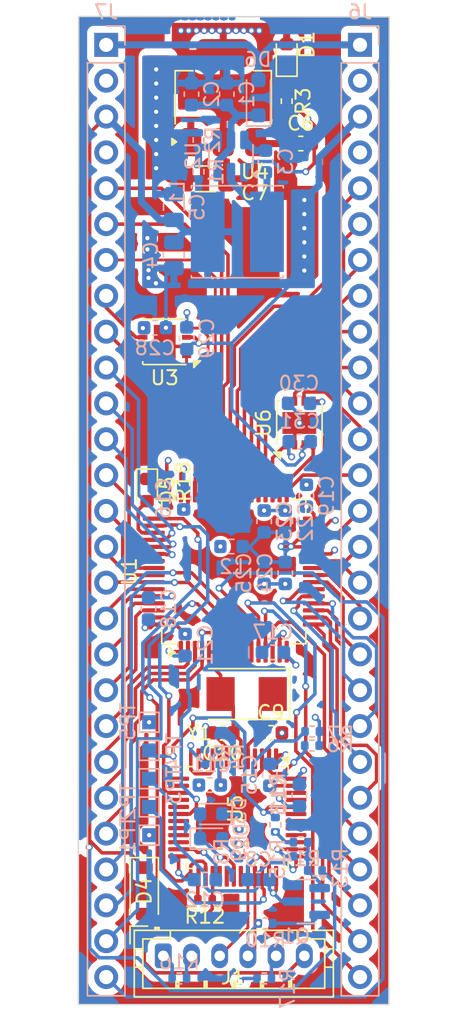
<source format=kicad_pcb>
(kicad_pcb (version 20240108) (generator "pcbnew") (generator_version "8.0")
  (layers (0 "F.Cu" signal) (1 "In1.Cu" signal) (2 "In2.Cu" signal) (31 "B.Cu" signal) (34 "B.Paste" user) (35 "F.Paste" user) (36 "B.SilkS" user "B.Silkscreen") (37 "F.SilkS" user "F.Silkscreen") (38 "B.Mask" user) (39 "F.Mask" user) (44 "Edge.Cuts" user))
  (net 0 "")
  (net 1 "GND")
  (net 2 "/Power/Vin_D")
  (net 3 "Net-(U2-SW)")
  (net 4 "Net-(U2-VBST)")
  (net 5 "+5V")
  (net 6 "+3.3V")
  (net 7 "VDDA")
  (net 8 "/Power/LED3v3")
  (net 9 "LED")
  (net 10 "Net-(D2-A)")
  (net 11 "Net-(D3-K)")
  (net 12 "VBUS")
  (net 13 "Net-(D5-K)")
  (net 14 "HBEAT")
  (net 15 "+12V")
  (net 16 "Net-(J1-Pin_5)")
  (net 17 "D-")
  (net 18 "Net-(J1-Pin_2)")
  (net 19 "D+")
  (net 20 "PA2")
  (net 21 "PC0")
  (net 22 "PA3")
  (net 23 "PA0")
  (net 24 "PA1")
  (net 25 "PC2")
  (net 26 "PC15")
  (net 27 "PC13")
  (net 28 "PC3")
  (net 29 "PC14")
  (net 30 "PC1")
  (net 31 "PA4")
  (net 32 "SPI3_MOSI")
  (net 33 "PB9")
  (net 34 "CANH3")
  (net 35 "CANL3")
  (net 36 "PB5")
  (net 37 "PD2")
  (net 38 "I2C1_SDA")
  (net 39 "SPI3_SCK")
  (net 40 "SPI3_MISO")
  (net 41 "PB6")
  (net 42 "I2C1_SCL")
  (net 43 "PC4")
  (net 44 "PC5")
  (net 45 "PB0")
  (net 46 "PB11")
  (net 47 "PB2")
  (net 48 "PB1")
  (net 49 "SPI1_MISO")
  (net 50 "SPI1_SCK")
  (net 51 "PB10")
  (net 52 "SPI1_MOSI")
  (net 53 "CANH2")
  (net 54 "CANL2")
  (net 55 "PB14")
  (net 56 "PB15")
  (net 57 "PA10")
  (net 58 "I2C2_SCL")
  (net 59 "I2C3_SCL")
  (net 60 "I2C4_SCL")
  (net 61 "I2C3_SDA")
  (net 62 "I2C4_SDA")
  (net 63 "I2C2_SDA")
  (net 64 "Net-(Q1-B)")
  (net 65 "Net-(Q1-E)")
  (net 66 "Net-(U2-VFB)")
  (net 67 "Net-(U5-PA0)")
  (net 68 "Net-(U5-PC13)")
  (net 69 "Net-(U5-PC14)")
  (net 70 "B0")
  (net 71 "Net-(U5-PB12)")
  (net 72 "T_DIO")
  (net 73 "RENUM")
  (net 74 "DIO")
  (net 75 "CLK")
  (net 76 "CTXD2")
  (net 77 "T_CLK")
  (net 78 "CTXD3")
  (net 79 "CRXD3")
  (net 80 "CRXD2")
  (net 82 "T_RST")
  (net 90 "T_TX")
  (net 99 "T_RX")
  (net 106 "PB3")
  (net 107 "PB4")
  (net 108 "XTAL_S")
  (net 110 "Net-(U5-PD0)")
  (footprint "Diode_SMD:D_0603_1608Metric" (layer "F.Cu") (at 123.5 30.5 90)
    (property "Reference" "D1")
    (property "Value" "LED")
  )
  (footprint "Capacitor_SMD:C_1206_3216Metric" (layer "F.Cu") (at 117.75 39.25 180)
    (property "Reference" "C7")
    (property "Value" "22uF")
  )
  (footprint "Package_TO_SOT_SMD:SOT-223-3_TabPin2" (layer "F.Cu") (at 119 33.5 90)
    (property "Reference" "U4")
    (property "Value" "AMS1117-3.3")
  )
  (footprint "Resistor_SMD:R_0402_1005Metric" (layer "F.Cu") (at 123.5 33.75 -90)
    (property "Reference" "R3")
    (property "Value" "220")
  )
  (footprint "Crystal:Crystal_SMD_5032-2Pin_5.0x3.2mm" (layer "F.Cu") (at 120.6625 75.75 180)
    (property "Reference" "Y1")
    (property "Value" "8MHz")
  )
  (footprint "Capacitor_SMD:C_0603_1608Metric" (layer "F.Cu") (at 124.5 36.75)
    (property "Reference" "C6")
    (property "Value" "10uF")
  )
  (footprint "Capacitor_SMD:C_0603_1608Metric" (layer "F.Cu") (at 122.3875 78.5)
    (property "Reference" "C9")
    (property "Value" "20pF")
  )
  (footprint "Connector_JST:JST_PH_B6B-PH-K_1x06_P2.00mm_Vertical" (layer "F.Cu") (at 114.75 94.3)
    (property "Reference" "J1")
    (property "Value" "Conn_01x06_Socket")
  )
  (footprint "Capacitor_SMD:C_0603_1608Metric" (layer "F.Cu") (at 118.9375 78.5 180)
    (property "Reference" "C10")
    (property "Value" "20pF")
  )
  (footprint "Diode_SMD:D_SOD-123" (layer "F.Cu") (at 113.4 89.7 -90)
    (property "Reference" "D4")
    (property "Value" "B5819W")
  )
  (footprint "Package_QFP:LQFP-48_7x7mm_P0.5mm" (layer "F.Cu") (at 120 84.5 -90)
    (property "Reference" "U5")
    (property "Value" "STM32F103C8Tx")
  )
  (footprint "Package_DFN_QFN:DFN-8-1EP_3x3mm_P0.65mm_EP1.55x2.4mm" (layer "F.Cu") (at 114.85 50.8 180)
    (property "Reference" "U3")
    (property "Value" "MCP2542FDxMF")
  )
  (footprint "Resistor_SMD:R_0402_1005Metric" (layer "F.Cu") (at 115 60.7 -90)
    (property "Reference" "R18")
    (property "Value" "220")
  )
  (footprint "Package_QFP:LQFP-64_10x10mm_P0.5mm" (layer "F.Cu") (at 119.75 67.075 90)
    (property "Reference" "U1")
    (property "Value" "STM32G474RBTx")
  )
  (footprint "LED_SMD:LED_0603_1608Metric" (layer "F.Cu") (at 113.6 61.3 -90)
    (property "Reference" "D5")
    (property "Value" "RED")
  )
  (footprint "Resistor_SMD:R_0402_1005Metric" (layer "F.Cu") (at 117.709999 90.3)
    (property "Reference" "R12")
    (property "Value" "100")
  )
  (footprint "Package_DFN_QFN:DFN-8-1EP_3x3mm_P0.65mm_EP1.55x2.4mm" (layer "F.Cu") (at 124.4 56.55 90)
    (property "Reference" "U6")
    (property "Value" "MCP2542FDxMF")
  )
  (footprint "Resistor_SMD:R_0402_1005Metric" (layer "B.Cu") (at 120.1 86.9 90)
    (property "Reference" "R8")
    (property "Value" "220")
  )
  (footprint "Resistor_SMD:R_0805_2012Metric" (layer "B.Cu") (at 115.5 44.6625 -90)
    (property "Reference" "C4")
    (property "Value" "22uF")
  )
  (footprint "Capacitor_SMD:C_0603_1608Metric" (layer "B.Cu") (at 118.05 82.2 180)
    (property "Reference" "C11")
    (property "Value" "100nF")
  )
  (footprint "Capacitor_SMD:C_0603_1608Metric" (layer "B.Cu") (at 124.425 57.8625 180)
    (property "Reference" "C31")
    (property "Value" "100nF")
  )
  (footprint "Diode_SMD:D_SOD-323_HandSoldering" (layer "B.Cu") (at 121.5 33.5 90)
    (property "Reference" "D6")
    (property "Value" "1N5819")
  )
  (footprint "Resistor_SMD:R_0402_1005Metric" (layer "B.Cu") (at 115.890001 95.9 180)
    (property "Reference" "R16")
    (property "Value" "5.1k")
  )
  (footprint "Resistor_SMD:R_0402_1005Metric" (layer "B.Cu") (at 125.309999 78.4 180)
    (property "Reference" "R7")
    (property "Value" "DNP")
  )
  (footprint "Connector_PinHeader_2.54mm:PinHeader_1x27_P2.54mm_Vertical" (layer "B.Cu") (at 128.7 29.76 180)
    (property "Reference" "J6")
    (property "Value" "Conn_01x27_Socket")
  )
  (footprint "Capacitor_SMD:C_0603_1608Metric" (layer "B.Cu") (at 116.2 61.9 -90)
    (property "Reference" "C16")
    (property "Value" "100nF")
  )
  (footprint "LED_SMD:LED_0603_1608Metric" (layer "B.Cu") (at 118.15 86)
    (property "Reference" "D2")
    (property "Value" "BLUE")
  )
  (footprint "Resistor_SMD:R_0805_2012Metric" (layer "B.Cu") (at 115.5 41.25 90)
    (property "Reference" "C5")
    (property "Value" "22uF")
  )
  (footprint "TestPoint:TestPoint_Pad_1.0x1.0mm" (layer "B.Cu") (at 113.75 79.75 180)
    (property "Reference" "TP4")
    (property "Value" "~")
  )
  (footprint "Resistor_SMD:R_0402_1005Metric" (layer "B.Cu") (at 125.5 88.25)
    (property "Reference" "R13")
    (property "Value" "10k")
  )
  (footprint "Capacitor_SMD:C_0603_1608Metric" (layer "B.Cu") (at 123.4 63.525 90)
    (property "Reference" "C22")
    (property "Value" "10nF")
  )
  (footprint "Package_TO_SOT_SMD:SOT-23-6" (layer "B.Cu") (at 119.55 37.6375 90)
    (property "Reference" "U2")
    (property "Value" "TPS563200")
  )
  (footprint "Resistor_SMD:R_0402_1005Metric" (layer "B.Cu") (at 124.490001 86.25)
    (property "Reference" "R14")
    (property "Value" "39k")
  )
  (footprint "Resistor_SMD:R_0402_1005Metric" (layer "B.Cu") (at 125.290001 79.4 180)
    (property "Reference" "R6")
    (property "Value" "10k")
  )
  (footprint "Connector_PinHeader_2.54mm:PinHeader_1x27_P2.54mm_Vertical" (layer "B.Cu") (at 110.7 29.76 180)
    (property "Reference" "J7")
    (property "Value" "Conn_01x27_Socket")
  )
  (footprint "Resistor_SMD:R_0402_1005Metric" (layer "B.Cu") (at 122 92)
    (property "Reference" "R10")
    (property "Value" "1K5")
  )
  (footprint "Resistor_SMD:R_0402_1005Metric" (layer "B.Cu") (at 124.5 87.25)
    (property "Reference" "R15")
    (property "Value" "100R")
  )
  (footprint "Capacitor_SMD:C_0603_1608Metric" (layer "B.Cu") (at 121.9 67.175 -90)
    (property "Reference" "C25")
    (property "Value" "1uF")
  )
  (footprint "Resistor_SMD:R_0402_1005Metric" (layer "B.Cu") (at 118.7 80.209999 -90)
    (property "Reference" "R4")
    (property "Value" "4k7")
  )
  (footprint "Capacitor_SMD:C_0603_1608Metric" (layer "B.Cu") (at 124.4 82.925 -90)
    (property "Reference" "C13")
    (property "Value" "100nF")
  )
  (footprint "Capacitor_SMD:C_0603_1608Metric" (layer "B.Cu") (at 114.1625 49.8)
    (property "Reference" "C28")
    (property "Value" "100nF")
  )
  (footprint "Capacitor_SMD:C_0603_1608Metric" (layer "B.Cu") (at 123.4 67.175 -90)
    (property "Reference" "C24")
    (property "Value" "100nF")
  )
  (footprint "Capacitor_SMD:C_0603_1608Metric" (layer "B.Cu") (at 119.25 33.25 90)
    (property "Reference" "C1")
    (property "Value" "10uF")
  )
  (footprint "Inductor_SMD:L_0603_1608Metric" (layer "B.Cu") (at 119.587501 65.3)
    (property "Reference" "L2")
    (property "Value" "4.7uH")
  )
  (footprint "TestPoint:TestPoint_Pad_1.0x1.0mm" (layer "B.Cu") (at 113.75 81.75 180)
    (property "Reference" "TP3")
    (property "Value" "~")
  )
  (footprint "Resistor_SMD:R_0402_1005Metric" (layer "B.Cu") (at 120.125 84.808826 90)
    (property "Reference" "R9")
    (property "Value" "220")
  )
  (footprint "Resistor_SMD:R_0402_1005Metric" (layer "B.Cu") (at 117.7 80.209999 -90)
    (property "Reference" "R5")
    (property "Value" "4k7")
  )
  (footprint "Resistor_SMD:R_0402_1005Metric" (layer "B.Cu") (at 121.909999 95.9 180)
    (property "Reference" "R17")
    (property "Value" "5.1k")
  )
  (footprint "Package_TO_SOT_SMD:SOT-23" (layer "B.Cu") (at 124.9 90.45 180)
    (property "Reference" "Q1")
    (property "Value" "S9013")
  )
  (footprint "Capacitor_SMD:C_0603_1608Metric" (layer "B.Cu") (at 116.75 33.25 90)
    (property "Reference" "C2")
    (property "Value" "10uF")
  )
  (footprint "Capacitor_SMD:C_0603_1608Metric" (layer "B.Cu") (at 124.9 61.7 90)
    (property "Reference" "C19")
    (property "Value" "100nF")
  )
  (footprint "Capacitor_SMD:C_0603_1608Metric" (layer "B.Cu") (at 121.5 88.9 180)
    (property "Reference" "C8")
    (property "Value" "100nF")
  )
  (footprint "Capacitor_SMD:C_0603_1608Metric" (layer "B.Cu") (at 122.525 72.8 180)
    (property "Reference" "C17")
    (property "Value" "100nF")
  )
  (footprint "TestPoint:TestPoint_Pad_1.0x1.0mm" (layer "B.Cu") (at 113.75 83.75 180)
    (property "Reference" "TP2")
    (property "Value" "~")
  )
  (footprint "Capacitor_SMD:C_0603_1608Metric" (layer "B.Cu") (at 121.9 63.525 90)
    (property "Reference" "C23")
    (property "Value" "1uF")
  )
  (footprint "Capacitor_SMD:C_0603_1608Metric" (layer "B.Cu") (at 116.3 72.275 90)
    (property "Reference" "C21")
    (property "Value" "4.7uF")
  )
  (footprint "Capacitor_SMD:C_0603_1608Metric" (layer "B.Cu") (at 113.7 69.7 90)
    (property "Reference" "C18")
    (property "Value" "100nF")
  )
  (footprint "Resistor_SMD:R_0402_1005Metric" (layer "B.Cu") (at 122.7 85.009999 -90)
    (property "Reference" "R11")
    (property "Value" "100k")
  )
  (footprint "Capacitor_SMD:C_0603_1608Metric" (layer "B.Cu") (at 124.375 55.1625 180)
    (property "Reference" "C30")
    (property "Value" "100nF")
  )
  (footprint "Inductor_SMD:L_Cenker_CKCS6045" (layer "B.Cu") (at 120 43 180)
    (property "Reference" "L1")
    (property "Value" "4.7uH")
  )
  (footprint "TestPoint:TestPoint_Pad_1.0x1.0mm" (layer "B.Cu") (at 113.75 85.75 180)
    (property "Reference" "TP1")
    (property "Value" "~")
  )
  (footprint "Capacitor_SMD:C_0603_1608Metric" (layer "B.Cu") (at 116.4125 50.55 90)
    (property "Reference" "C29")
    (property "Value" "100nF")
  )
  (footprint "Resistor_SMD:R_0402_1005Metric" (layer "B.Cu") (at 117.25 36.5 90)
    (property "Reference" "R2")
    (property "Value" "10k")
  )
  (footprint "Resistor_SMD:R_0402_1005Metric" (layer "B.Cu") (at 117.25 38.75 90)
    (property "Reference" "R1")
    (property "Value" "56k2")
  )
  (footprint "Capacitor_SMD:C_0603_1608Metric" (layer "B.Cu") (at 117.7 88.9)
    (property "Reference" "C12")
    (property "Value" "100nF")
  )
  (footprint "Capacitor_SMD:C_0603_1608Metric" (layer "B.Cu") (at 122.3 81.475 -90)
    (property "Reference" "C15")
    (property "Value" "4.7uF")
  )
  (footprint "Capacitor_SMD:C_0603_1608Metric" (layer "B.Cu") (at 122 38.025 90)
    (property "Reference" "C3")
    (property "Value" "100nF")
  )
  (footprint "TestPoint:TestPoint_Pad_1.0x1.0mm" (layer "B.Cu") (at 113.75 77.75 180)
    (property "Reference" "TP5")
    (property "Value" "~")
  )
  (footprint "LED_SMD:LED_0603_1608Metric" (layer "B.Cu") (at 118.15 84.25 180)
    (property "Reference" "D3")
    (property "Value" "RED")
  )
  (gr_line (start 130.75 97.75) (end 130.775 27.775) (stroke (width 0.1)) (layer "Edge.Cuts"))
  (gr_line (start 108.75 27.75) (end 108.725 97.75) (stroke (width 0.1)) (layer "Edge.Cuts"))
  (gr_line (start 130.775 27.775) (end 108.75 27.75) (stroke (width 0.1)) (layer "Edge.Cuts"))
  (gr_line (start 108.725 97.75) (end 130.75 97.75) (stroke (width 0.1)) (layer "Edge.Cuts"))
  (segment (start 116.5 62.242764) (end 116.5 61.4) (width 0.25) (layer "F.Cu") (net 1))
  (segment (start 125.449999 35.449999) (end 125 35) (width 0.25) (layer "F.Cu") (net 1))
  (segment (start 124.85 38.75) (end 125.449999 38.150001) (width 0.25) (layer "F.Cu") (net 1))
  (segment (start 124.075 56.875) (end 124.075 58.1) (width 0.25) (layer "F.Cu") (net 1))
  (segment (start 124.4 56.55) (end 124.075 56.875) (width 0.25) (layer "F.Cu") (net 1))
  (segment (start 116.3 71.5) (end 115.125 70.325) (width 0.25) (layer "F.Cu") (net 1))
  (segment (start 124.5 34.5) (end 123.575 34.5) (width 0.25) (layer "F.Cu") (net 1))
  (segment (start 114.9375 50.7125) (end 114.85 50.8) (width 0.25) (layer "F.Cu") (net 1))
  (segment (start 122.25 87.857236) (end 121.692764 87.3) (width 0.25) (layer "F.Cu") (net 1))
  (segment (start 117.75 78.0875) (end 118.1625 78.5) (width 0.25) (layer "F.Cu") (net 1))
  (segment (start 117.75 78.05) (end 117.75 78.0875) (width 0.25) (layer "F.Cu") (net 1))
  (segment (start 116.2 62.542764) (end 116.5 62.242764) (width 0.25) (layer "F.Cu") (net 1))
  (segment (start 116.95 86.75) (end 115.8375 86.75) (width 0.25) (layer "F.Cu") (net 1))
  (segment (start 123 71.907236) (end 123 72.75) (width 0.25) (layer "F.Cu") (net 1))
  (segment (start 114.9375 49.8) (end 114.9375 50.7125) (width 0.25) (layer "F.Cu") (net 1))
  (segment (start 115 59.3) (end 115.1 59.2) (width 0.25) (layer "F.Cu") (net 1))
  (segment (start 126.9 65.55) (end 126.624999 65.825001) (width 0.25) (layer "F.Cu") (net 1))
  (segment (start 115 60.19) (end 115 59.3) (width 0.25) (layer "F.Cu") (net 1))
  (segment (start 117.171365 86.971365) (end 116.95 86.75) (width 0.25) (layer "F.Cu") (net 1))
  (segment (start 126.624999 65.825001) (end 125.425 65.825001) (width 0.25) (layer "F.Cu") (net 1))
  (segment (start 118.217765 78.5) (end 118.1625 78.5) (width 0.25) (layer "F.Cu") (net 1))
  (segment (start 124.1625 82.25) (end 122.3 82.25) (width 0.25) (layer "F.Cu") (net 1))
  (segment (start 119.25 80.3375) (end 119.25 79.532235) (width 0.25) (layer "F.Cu") (net 1))
  (segment (start 123.25 71.657236) (end 123 71.907236) (width 0.25) (layer "F.Cu") (net 1))
  (segment (start 125 35) (end 124.5 34.5) (width 0.25) (layer "F.Cu") (net 1))
  (segment (start 125.449999 38.150001) (end 125.449999 35.449999) (width 0.25) (layer "F.Cu") (net 1))
  (segment (start 117.628635 86.971365) (end 117.171365 86.971365) (width 0.25) (layer "F.Cu") (net 1))
  (segment (start 115.125 70.325) (end 114.075 70.325) (width 0.25) (layer "F.Cu") (net 1))
  (segment (start 123.25 71.45) (end 123.25 71.657236) (width 0.25) (layer "F.Cu") (net 1))
  (segment (start 122.25 88.6625) (end 122.25 87.857236) (width 0.25) (layer "F.Cu") (net 1))
  (segment (start 116.2 62.675) (end 116.2 62.542764) (width 0.25) (layer "F.Cu") (net 1))
  (segment (start 126.267765 63.825) (end 125.425 63.825) (width 0.25) (layer "F.Cu") (net 1))
  (segment (start 126.95 63.45) (end 126.642765 63.45) (width 0.25) (layer "F.Cu") (net 1))
  (segment (start 121.692764 87.3) (end 121.35 87.3) (width 0.25) (layer "F.Cu") (net 1))
  (segment (start 126.642765 63.45) (end 126.267765 63.825) (width 0.25) (layer "F.Cu") (net 1))
  (segment (start 119.25 79.532235) (end 118.217765 78.5) (width 0.25) (layer "F.Cu") (net 1))
  (segment (start 116.4 51.125) (end 115.175 51.125) (width 0.25) (layer "F.Cu") (net 1))
  (via (at 120.125 85.318825) (size 0.5) (drill 0.3) (layers "F.Cu" "B.Cu") (net 1))
  (via (at 116.425 48.725) (size 0.5) (drill 0.3) (layers "F.Cu" "B.Cu") (net 1))
  (via (at 123.85 58.95) (size 0.5) (drill 0.3) (layers "F.Cu" "B.Cu") (net 1))
  (via (at 114.9375 49.8) (size 0.5) (drill 0.3) (layers "F.Cu" "B.Cu") (net 1))
  (via (at 114.25 31.5) (size 0.5) (drill 0.3) (layers "F.Cu" "B.Cu") (net 1))
  (via (at 124.4 56.55) (size 0.5) (drill 0.3) (layers "F.Cu" "B.Cu") (net 1))
  (via (at 121.9 62.75) (size 0.5) (drill 0.3) (layers "F.Cu" "B.Cu") (net 1))
  (via (at 114.25 38.5) (size 0.5) (drill 0.3) (layers "F.Cu" "B.Cu") (net 1))
  (via (at 117.275 82.2) (size 0.5) (drill 0.3) (layers "F.Cu" "B.Cu") (net 1))
  (via (at 115.35 68.8) (size 0.5) (drill 0.3) (layers "F.Cu" "B.Cu") (net 1))
  (via (at 122.3 82.25) (size 0.5) (drill 0.3) (layers "F.Cu" "B.Cu") (net 1))
  (via (at 125.525 77.4) (size 0.5) (drill 0.3) (layers "F.Cu" "B.Cu") (net 1))
  (via (at 121.9 67.95) (size 0.5) (drill 0.3) (layers "F.Cu" "B.Cu") (net 1))
  (via (at 124.85 38.75) (size 0.5) (drill 0.3) (layers "F.Cu" "B.Cu") (net 1))
  (via (at 122.7 85.519998) (size 0.5) (drill 0.3) (layers "F.Cu" "B.Cu") (net 1))
  (via (at 113.7 45.725) (size 0.5) (drill 0.3) (layers "F.Cu" "B.Cu") (net 1))
  (via (at 113.625 43.45) (size 0.5) (drill 0.3) (layers "F.Cu" "B.Cu") (net 1))
  (via (at 113.7 46.275) (size 0.5) (drill 0.3) (layers "F.Cu" "B.Cu") (net 1))
  (via (at 123.4 62.75) (size 0.5) (drill 0.3) (layers "F.Cu" "B.Cu") (net 1))
  (via (at 122.975 83.15) (size 0.5) (drill 0.3) (layers "F.Cu" "B.Cu") (net 1))
  (via (at 113.75 77.75) (size 0.5) (drill 0.3) (layers "F.Cu" "B.Cu") (net 1))
  (via (at 121.35 87.3) (size 0.5) (drill 0.3) (layers "F.Cu" "B.Cu") (net 1))
  (via (at 116.2 62.675) (size 0.5) (drill 0.3) (layers "F.Cu" "B.Cu") (net 1))
  (via (at 116.3 71.5) (size 0.5) (drill 0.3) (layers "F.Cu" "B.Cu") (net 1))
  (via (at 114.25 34.5) (size 0.5) (drill 0.3) (layers "F.Cu" "B.Cu") (net 1))
  (via (at 120.225 96.1) (size 0.5) (drill 0.3) (layers "F.Cu" "B.Cu") (net 1))
  (via (at 115.1 59.2) (size 0.5) (drill 0.3) (layers "F.Cu" "B.Cu") (net 1))
  (via (at 124.9 60.925) (size 0.5) (drill 0.3) (layers "F.Cu" "B.Cu") (net 1))
  (via (at 113.625 44.25) (size 0.5) (drill 0.3) (layers "F.Cu" "B.Cu") (net 1))
  (via (at 123.1625 78.5) (size 0.5) (drill 0.3) (layers "F.Cu" "B.Cu") (net 1))
  (via (at 114.225 46.65) (size 0.5) (drill 0.3) (layers "F.Cu" "B.Cu") (net 1))
  (via (at 114.25 33.5) (size 0.5) (drill 0.3) (layers "F.Cu" "B.Cu") (net 1))
  (via (at 114.25 36.5) (size 0.5) (drill 0.3) (layers "F.Cu" "B.Cu") (net 1))
  (via (at 125 35) (size 0.5) (drill 0.3) (layers "F.Cu" "B.Cu") (net 1))
  (via (at 114.25 32.5) (size 0.5) (drill 0.3) (layers "F.Cu" "B.Cu") (net 1))
  (via (at 117.628635 86.971365) (size 0.5) (drill 0.3) (layers "F.Cu" "B.Cu") (net 1))
  (via (at 114.25 37.5) (size 0.5) (drill 0.3) (layers "F.Cu" "B.Cu") (net 1))
  (via (at 123.25 71.45) (size 0.5) (drill 0.3) (layers "F.Cu" "B.Cu") (net 1))
  (via (at 123.4 67.95) (size 0.5) (drill 0.3) (layers "F.Cu" "B.Cu") (net 1))
  (via (at 126.9 65.55) (size 0.5) (drill 0.3) (layers "F.Cu" "B.Cu") (net 1))
  (via (at 117.75 78.05) (size 0.5) (drill 0.3) (layers "F.Cu" "B.Cu") (net 1))
  (via (at 114.25 35.5) (size 0.5) (drill 0.3) (layers "F.Cu" "B.Cu") (net 1))
  (via (at 126.95 63.45) (size 0.5) (drill 0.3) (layers "F.Cu" "B.Cu") (net 1))
  (segment (start 125.8 78.419998) (end 125.819998 78.4) (width 0.25) (layer "B.Cu") (net 1))
  (segment (start 123.430002 86.25) (end 123.980002 86.25) (width 0.25) (layer "B.Cu") (net 1))
  (segment (start 116.4125 48.7375) (end 116.425 48.725) (width 0.25) (layer "B.Cu") (net 1))
  (segment (start 124.4 56.55) (end 124.4 55.9625) (width 0.25) (layer "B.Cu") (net 1))
  (segment (start 125.8 79.4) (end 125.8 78.419998) (width 0.25) (layer "B.Cu") (net 1))
  (segment (start 117.25 35.99) (end 114.74 35.99) (width 0.5) (layer "B.Cu") (net 1))
  (segment (start 114.74 35.99) (end 114.25 35.5) (width 0.5) (layer "B.Cu") (net 1))
  (segment (start 117.75 78.05) (end 117.75 79.65) (width 0.25) (layer "B.Cu") (net 1))
  (segment (start 124.85 38.75) (end 123.25 38.75) (width 0.25) (layer "B.Cu") (net 1))
  (segment (start 121.25 38.025) (end 120.5 38.775) (width 0.25) (layer "B.Cu") (net 1))
  (segment (start 114.9375 46.1375) (end 115.5 45.575) (width 0.25) (layer "B.Cu") (net 1))
  (segment (start 115.35 68.8) (end 115.225 68.925) (width 0.25) (layer "B.Cu") (net 1))
  (segment (start 123.525 83.7) (end 124.4 83.7) (width 0.25) (layer "B.Cu") (net 1))
  (segment (start 117.25 82.175) (end 117.25 81.9) (width 0.25) (layer "B.Cu") (net 1))
  (segment (start 114.9375 49.8) (end 114.9375 46.1375) (width 0.25) (layer "B.Cu") (net 1))
  (segment (start 120.725 87.925) (end 120.725 88.9) (width 0.25) (layer "B.Cu") (net 1))
  (segment (start 123.4 67.95) (end 121.9 67.95) (width 0.25) (layer "B.Cu") (net 1))
  (segment (start 123.4 62.75) (end 121.9 62.75) (width 0.25) (layer "B.Cu") (net 1))
  (segment (start 116.4125 49.775) (end 116.4125 48.7375) (width 0.25) (layer "B.Cu") (net 1))
  (segment (start 117.275 82.2) (end 117.25 82.175) (width 0.25) (layer "B.Cu") (net 1))
  (segment (start 121.4 95.9) (end 120.425 95.9) (width 0.25) (layer "B.Cu") (net 1))
  (segment (start 122.525 38.025) (end 121.25 38.025) (width 0.25) (layer "B.Cu") (net 1))
  (segment (start 117.75 79.65) (end 117.7 79.7) (width 0.25) (layer "B.Cu") (net 1))
  (segment (start 121.35 87.3) (end 120.725 87.925) (width 0.25) (layer "B.Cu") (net 1))
  (segment (start 115.380002 94.930002) (end 114.75 94.3) (width 0.25) (layer "B.Cu") (net 1))
  (segment (start 122.7 85.519998) (end 123.430002 86.25) (width 0.25) (layer "B.Cu") (net 1))
  (segment (start 115.380002 95.9) (end 115.380002 94.930002) (width 0.25) (layer "B.Cu") (net 1))
  (segment (start 123.65 58.75) (end 123.65 57.8625) (width 0.25) (layer "B.Cu") (net 1))
  (segment (start 125.819998 78.4) (end 125.819998 77.694998) (width 0.25) (layer "B.Cu") (net 1))
  (segment (start 123.1 71.45) (end 121.75 72.8) (width 0.25) (layer "B.Cu") (net 1))
  (segment (start 120.425 95.9) (end 120.225 96.1) (width 0.25) (layer "B.Cu") (net 1))
  (segment (start 125.819998 77.694998) (end 125.525 77.4) (width 0.25) (layer "B.Cu") (net 1))
  (segment (start 118.475 87.81773) (end 118.475 88.9) (width 0.25) (layer "B.Cu") (net 1))
  (segment (start 123.85 58.95) (end 123.65 58.75) (width 0.25) (layer "B.Cu") (net 1))
  (segment (start 123.25 71.45) (end 123.1 71.45) (width 0.25) (layer "B.Cu") (net 1))
  (segment (start 122.975 83.15) (end 123.525 83.7) (width 0.25) (layer "B.Cu") (net 1))
  (segment (start 124.4 55.9625) (end 123.6 55.1625) (width 0.25) (layer "B.Cu") (net 1))
  (segment (start 123.25 38.75) (end 122.525 38.025) (width 0.25) (layer "B.Cu") (net 1))
  (segment (start 117.628635 86.971365) (end 118.475 87.81773) (width 0.25) (layer "B.Cu") (net 1))
  (segment (start 115.225 68.925) (end 113.7 68.925) (width 0.25) (layer "B.Cu") (net 1))
  (segment (start 116.75 34.025) (end 119.25 34.025) (width 0.5) (layer "B.Cu") (net 2))
  (segment (start 119.974999 34.749999) (end 119.25 34.025) (width 0.5) (layer "B.Cu") (net 2))
  (segment (start 121.5 34.749999) (end 119.974999 34.749999) (width 0.5) (layer "B.Cu") (net 2))
  (segment (start 119.974999 34.875001) (end 119.55 35.3) (width 0.5) (layer "B.Cu") (net 2))
  (segment (start 118.6 38.015184) (end 119.55 37.065184) (width 0.5) (layer "B.Cu") (net 2))
  (segment (start 119.55 35.3) (end 119.55 36.5) (width 0.5) (layer "B.Cu") (net 2))
  (segment (start 119.974999 34.749999) (end 119.974999 34.875001) (width 0.5) (layer "B.Cu") (net 2))
  (segment (start 118.6 38.775) (end 118.6 38.015184) (width 0.5) (layer "B.Cu") (net 2))
  (segment (start 119.55 37.065184) (end 119.55 36.5) (width 0.5) (layer "B.Cu") (net 2))
  (segment (start 122.1 42) (end 122.1 43) (width 0.5) (layer "B.Cu") (net 3))
  (segment (start 122.1 43) (end 122.1 38.9) (width 0.5) (layer "B.Cu") (net 3))
  (segment (start 119.55 39.45) (end 122.1 42) (width 0.5) (layer "B.Cu") (net 3))
  (segment (start 122.1 38.9) (end 122 38.8) (width 0.5) (layer "B.Cu") (net 3))
  (segment (start 119.55 38.775) (end 119.55 39.45) (width 0.5) (layer "B.Cu") (net 3))
  (segment (start 122 37.25) (end 121.25 37.25) (width 0.5) (layer "B.Cu") (net 4))
  (segment (start 121.25 37.25) (end 120.5 36.5) (width 0.5) (layer "B.Cu") (net 4))
  (segment (start 110.403299 87.005) (end 109.99915 86.60085) (width 0.25) (layer "F.Cu") (net 5))
  (segment (start 113.4 88.05) (end 112.355 87.005) (width 0.25) (layer "F.Cu") (net 5))
  (segment (start 117.2625 50.9) (end 117.2625 50.7625) (width 0.25) (layer "F.Cu") (net 5))
  (segment (start 117.2625 50.7625) (end 116.975 50.475) (width 0.25) (layer "F.Cu") (net 5))
  (segment (start 124.6 58.8) (end 124.6 58.225) (width 0.25) (layer "F.Cu") (net 5))
  (segment (start 123.725 36.75) (end 121.4 36.75) (width 0.5) (layer "F.Cu") (net 5))
  (segment (start 124.6 58.225) (end 124.725 58.1) (width 0.25) (layer "F.Cu") (net 5))
  (segment (start 121.4 36.75) (end 121.3 36.65) (width 0.5) (layer "F.Cu") (net 5))
  (segment (start 109.99915 86.60085) (end 109.525 86.126701) (width 0.25) (layer "F.Cu") (net 5))
  (segment (start 109.525 86.126701) (end 109.525 36.014999) (width 0.25) (layer "F.Cu") (net 5))
  (segment (start 116.975 50.475) (end 116.4 50.475) (width 0.25) (layer "F.Cu") (net 5))
  (segment (start 109.5 86.6) (end 109.5 86.151701) (width 0.25) (layer "F.Cu") (net 5))
  (segment (start 109.525 36.014999) (end 110.7 34.839999) (width 0.25) (layer "F.Cu") (net 5))
  (segment (start 109.5 86.151701) (end 109.525 86.126701) (width 0.25) (layer "F.Cu") (net 5))
  (segment (start 112.355 87.005) (end 110.403299 87.005) (width 0.25) (layer "F.Cu") (net 5))
  (via (at 124.75 45.75) (size 0.5) (drill 0.3) (layers "F.Cu" "B.Cu") (net 5))
  (via (at 117.2625 50.9) (size 0.5) (drill 0.3) (layers "F.Cu" "B.Cu") (net 5))
  (via (at 124.75 43.75) (size 0.5) (drill 0.3) (layers "F.Cu" "B.Cu") (net 5))
  (via (at 124.75 44.75) (size 0.5) (drill 0.3) (layers "F.Cu" "B.Cu") (net 5))
  (via (at 124.6 58.8) (size 0.5) (drill 0.3) (layers "F.Cu" "B.Cu") (net 5))
  (via (at 124.75 40.75) (size 0.5) (drill 0.3) (layers "F.Cu" "B.Cu") (net 5))
  (via (at 124.75 41.75) (size 0.5) (drill 0.3) (layers "F.Cu" "B.Cu") (net 5))
  (via (at 109.5 86.6) (size 0.5) (drill 0.3) (layers "F.Cu" "B.Cu") (net 5))
  (via (at 124.75 42.75) (size 0.5) (drill 0.3) (layers "F.Cu" "B.Cu") (net 5))
  (segment (start 124.6 59.013173) (end 124.088173 59.525) (width 0.25) (layer "B.Cu") (net 5))
  (segment (start 116.8375 50.9) (end 116.4125 51.325) (width 0.25) (layer "B.Cu") (net 5))
  (segment (start 117.9 43) (end 116.3375 43) (width 0.5) (layer "B.Cu") (net 5))
  (segment (start 123.883148 96.75) (end 126.9 93.733148) (width 0.25) (layer "B.Cu") (net 5))
  (segment (start 115.25 96.75) (end 123.883148 96.75) (width 0.25) (layer "B.Cu") (net 5))
  (segment (start 117.9 43) (end 116.25 43) (width 0.5) (layer "B.Cu") (net 5))
  (segment (start 124.088173 59.525) (end 123.525 59.525) (width 0.25) (layer "B.Cu") (net 5))
  (segment (start 124.6 58.8) (end 124.6 59.013173) (width 0.25) (layer "B.Cu") (net 5))
  (segment (start 124.774999 57.8625) (end 125.2 57.8625) (width 0.25) (layer "B.Cu") (net 5))
  (segment (start 119.6 50.9) (end 124.75 45.75) (width 0.25) (layer "B.Cu") (net 5))
  (segment (start 115.5 42.1625) (end 114.4875 42.1625) (width 0.5) (layer "B.Cu") (net 5))
  (segment (start 109.525 86.625) (end 109.525 93.746702) (width 0.25) (layer "B.Cu") (net 5))
  (segment (start 109.525 93.746702) (end 110.213299 94.435001) (width 0.25) (layer "B.Cu") (net 5))
  (segment (start 109.5 86.6) (end 109.525 86.625) (width 0.25) (layer "B.Cu") (net 5))
  (segment (start 112.935001 94.435001) (end 115.25 96.75) (width 0.25) (layer "B.Cu") (net 5))
  (segment (start 117.2625 50.9) (end 116.8375 50.9) (width 0.25) (layer "B.Cu") (net 5))
  (segment (start 116.25 43) (end 115.5 43.75) (width 0.5) (layer "B.Cu") (net 5))
  (segment (start 116.3375 43) (end 115.5 42.1625) (width 0.5) (layer "B.Cu") (net 5))
  (segment (start 113.2 40.875) (end 113.2 37.339999) (width 0.5) (layer "B.Cu") (net 5))
  (segment (start 110.213299 94.435001) (end 112.935001 94.435001) (width 0.25) (layer "B.Cu") (net 5))
  (segment (start 114.4875 42.1625) (end 113.2 40.875) (width 0.5) (layer "B.Cu") (net 5))
  (segment (start 117.25 42.35) (end 117.9 43) (width 0.5) (layer "B.Cu") (net 5))
  (segment (start 117.2625 50.9) (end 119.6 50.9) (width 0.25) (layer "B.Cu") (net 5))
  (segment (start 117.25 39.259999) (end 117.25 42.35) (width 0.5) (layer "B.Cu") (net 5))
  (segment (start 125.8 39.7) (end 124.75 40.75) (width 0.5) (layer "B.Cu") (net 5))
  (segment (start 126.9 89.140001) (end 126.009999 88.25) (width 0.25) (layer "B.Cu") (net 5))
  (segment (start 125.8 37.739999) (end 125.8 39.7) (width 0.5) (layer "B.Cu") (net 5))
  (segment (start 126.9 93.733148) (end 126.9 89.140001) (width 0.25) (layer "B.Cu") (net 5))
  (segment (start 119.6 55.6) (end 119.6 50.9) (width 0.25) (layer "B.Cu") (net 5))
  (segment (start 113.2 37.339999) (end 110.7 34.839999) (width 0.5) (layer "B.Cu") (net 5))
  (segment (start 124.6 58.4625) (end 125.2 57.8625) (width 0.25) (layer "B.Cu") (net 5))
  (segment (start 123.525 59.525) (end 119.6 55.6) (width 0.25) (layer "B.Cu") (net 5))
  (segment (start 124.6 58.8) (end 124.6 58.4625) (width 0.25) (layer "B.Cu") (net 5))
  (segment (start 128.7 34.839999) (end 125.8 37.739999) (width 0.5) (layer "B.Cu") (net 5))
  (segment (start 118.750001 82.125001) (end 118.750001 80.3375) (width 0.25) (layer "F.Cu") (net 6))
  (segment (start 115.8375 88.412194) (end 115.8375 87.25) (width 0.25) (layer "F.Cu") (net 6))
  (segment (start 125.425 63) (end 125.425 63.325001) (width 0.25) (layer "F.Cu") (net 6))
  (segment (start 125.95 55) (end 125.375001 55) (width 0.25) (layer "F.Cu") (net 6))
  (segment (start 119.35 28.75) (end 119 29.1) (width 0.25) (layer "F.Cu") (net 6))
  (segment (start 116.000001 59.999999) (end 116.000001 61.4) (width 0.25) (layer "F.Cu") (net 6))
  (segment (start 122.55 89.85) (end 122.75 89.65) (width 0.25) (layer "F.Cu") (net 6))
  (segment (start 123.0375 80.05) (end 122.75 80.3375) (width 0.25) (layer "F.Cu") (net 6))
  (segment (start 123.425 80.05) (end 123.0375 80.05) (width 0.25) (layer "F.Cu") (net 6))
  (segment (start 113.849999 71.05) (end 114.075 70.824999) (width 0.25) (layer "F.Cu") (net 6))
  (segment (start 123.499999 73.049999) (end 123.499999 72.75) (width 0.25) (layer "F.Cu") (net 6))
  (segment (start 124.9 62.475) (end 125.425 63) (width 0.25) (layer "F.Cu") (net 6))
  (segment (start 115.837653 88.412347) (end 115.8375 88.412194) (width 0.25) (layer "F.Cu") (net 6))
  (segment (start 115.2 72.75) (end 116.000001 72.75) (width 0.25) (layer "F.Cu") (net 6))
  (segment (start 124.15 73.7) (end 123.499999 73.049999) (width 0.25) (layer "F.Cu") (net 6))
  (segment (start 122.75 89.65) (end 122.75 88.6625) (width 0.25) (layer "F.Cu") (net 6))
  (segment (start 119 29.1) (end 119 30.350001) (width 0.25) (layer "F.Cu") (net 6))
  (segment (start 113.45 71.05) (end 113.849999 71.05) (width 0.25) (layer "F.Cu") (net 6))
  (segment (start 116.2 59.8) (end 116.000001 59.999999) (width 0.25) (layer "F.Cu") (net 6))
  (segment (start 116 28.75) (end 121.55 28.75) (width 0.25) (layer "F.Cu") (net 6))
  (segment (start 126 55.05) (end 125.95 55) (width 0.25) (layer "F.Cu") (net 6))
  (segment (start 115.15 72.7) (end 115.2 72.75) (width 0.25) (layer "F.Cu") (net 6))
  (segment (start 118.825 82.2) (end 118.750001 82.125001) (width 0.25) (layer "F.Cu") (net 6))
  (segment (start 124.7 81.15) (end 124.7 81.2125) (width 0.25) (layer "F.Cu") (net 6))
  (segment (start 124.7 81.2125) (end 124.1625 81.75) (width 0.25) (layer "F.Cu") (net 6))
  (via (at 116 28.75) (size 0.5) (drill 0.3) (layers "F.Cu" "B.Cu") (net 6))
  (via (at 113.45 71.05) (size 0.5) (drill 0.3) (layers "F.Cu" "B.Cu") (net 6))
  (via (at 117.1 28.75) (size 0.5) (drill 0.3) (layers "F.Cu" "B.Cu") (net 6))
  (via (at 119.35 28.75) (size 0.5) (drill 0.3) (layers "F.Cu" "B.Cu") (net 6))
  (via (at 118.2 28.75) (size 0.5) (drill 0.3) (layers "F.Cu" "B.Cu") (net 6))
  (via (at 124.15 73.7) (size 0.5) (drill 0.3) (layers "F.Cu" "B.Cu") (net 6))
  (via (at 124.7 81.15) (size 0.5) (drill 0.3) (layers "F.Cu" "B.Cu") (net 6))
  (via (at 115.15 72.7) (size 0.5) (drill 0.3) (layers "F.Cu" "B.Cu") (net 6))
  (via (at 113.75 85.75) (size 0.5) (drill 0.3) (layers "F.Cu" "B.Cu") (net 6))
  (via (at 124.9 62.475) (size 0.5) (drill 0.3) (layers "F.Cu" "B.Cu") (net 6))
  (via (at 117.65 28.75) (size 0.5) (drill 0.3) (layers "F.Cu" "B.Cu") (net 6))
  (via (at 118.75 28.75) (size 0.5) (drill 0.3) (layers "F.Cu" "B.Cu") (net 6))
  (via (at 121 28.75) (size 0.5) (drill 0.3) (layers "F.Cu" "B.Cu") (net 6))
  (via (at 118.825 82.2) (size 0.5) (drill 0.3) (layers "F.Cu" "B.Cu") (net 6))
  (via (at 123.425 80.05) (size 0.5) (drill 0.3) (layers "F.Cu" "B.Cu") (net 6))
  (via (at 119.9 28.75) (size 0.5) (drill 0.3) (layers "F.Cu" "B.Cu") (net 6))
  (via (at 126 55.05) (size 0.5) (drill 0.3) (layers "F.Cu" "B.Cu") (net 6))
  (via (at 121.55 28.75) (size 0.5) (drill 0.3) (layers "F.Cu" "B.Cu") (net 6))
  (via (at 118.8 65.3) (size 0.5) (drill 0.3) (layers "F.Cu" "B.Cu") (net 6))
  (via (at 120.45 28.75) (size 0.5) (drill 0.3) (layers "F.Cu" "B.Cu") (net 6))
  (via (at 115.837653 88.412347) (size 0.5) (drill 0.3) (layers "F.Cu" "B.Cu") (net 6))
  (via (at 116.55 28.75) (size 0.5) (drill 0.3) (layers "F.Cu" "B.Cu") (net 6))
  (via (at 116.2 59.8) (size 0.5) (drill 0.3) (layers "F.Cu" "B.Cu") (net 6))
  (via (at 122.55 89.85) (size 0.5) (drill 0.3) (layers "F.Cu" "B.Cu") (net 6))
  (via (at 113.3 49.824999) (size 0.5) (drill 0.3) (layers "F.Cu" "B.Cu") (net 6))
  (via (at 120.102654 86.387347) (size 0.5) (drill 0.3) (layers "F.Cu" "B.Cu") (net 6))
  (segment (start 122.55 89.85) (end 123.15 90.45) (width 0.25) (layer "B.Cu") (net 6))
  (segment (start 123.425 80.05) (end 122.775 80.7) (width 0.25) (layer "B.Cu") (net 6))
  (segment (start 115.15 72.7) (end 115.5 73.05) (width 0.25) (layer "B.Cu") (net 6))
  (segment (start 113.7 70.8) (end 113.7 70.475) (width 0.25) (layer "B.Cu") (net 6))
  (segment (start 118.7 80.719998) (end 118.7 82.075) (width 0.25) (layer "B.Cu") (net 6))
  (segment (start 125.8875 55.1625) (end 125.15 55.1625) (width 0.25) (layer "B.Cu") (net 6))
  (segment (start 120.102654 86.387347) (end 120.1 86.390001) (width 0.25) (layer "B.Cu") (net 6))
  (segment (start 124.7 81.15) (end 124.4 81.45) (width 0.25) (layer "B.Cu") (net 6))
  (segment (start 116.2 61.125) (end 116.2 59.8) (width 0.25) (layer "B.Cu") (net 6))
  (segment (start 122.55 89.85) (end 122.275 89.575) (width 0.25) (layer "B.Cu") (net 6))
  (segment (start 124.15 73.65) (end 123.3 72.8) (width 0.25) (layer "B.Cu") (net 6))
  (segment (start 122.775 80.7) (end 122.3 80.7) (width 0.25) (layer "B.Cu") (net 6))
  (segment (start 113.45 71.05) (end 113.7 70.8) (width 0.25) (layer "B.Cu") (net 6))
  (segment (start 113.324999 49.8) (end 113.3875 49.8) (width 0.25) (layer "B.Cu") (net 6))
  (segment (start 123.15 90.45) (end 123.962499 90.45) (width 0.25) (layer "B.Cu") (net 6))
  (segment (start 115.837653 88.412347) (end 116.325306 88.9) (width 0.25) (layer "B.Cu") (net 6))
  (segment (start 116.325306 88.9) (end 116.925 88.9) (width 0.25) (layer "B.Cu") (net 6))
  (segment (start 118.7 82.075) (end 118.825 82.2) (width 0.25) (layer "B.Cu") (net 6))
  (segment (start 126 55.05) (end 125.8875 55.1625) (width 0.25) (layer "B.Cu") (net 6))
  (segment (start 115.5 73.05) (end 116.3 73.05) (width 0.25) (layer "B.Cu") (net 6))
  (segment (start 124.4 81.45) (end 124.4 82.15) (width 0.25) (layer "B.Cu") (net 6))
  (segment (start 113.3 49.824999) (end 113.324999 49.8) (width 0.25) (layer "B.Cu") (net 6))
  (segment (start 124.15 73.7) (end 124.15 73.65) (width 0.25) (layer "B.Cu") (net 6))
  (segment (start 122.275 89.575) (end 122.275 88.9) (width 0.25) (layer "B.Cu") (net 6))
  (segment (start 123.8 65.3) (end 123.825 65.325) (width 0.25) (layer "F.Cu") (net 7))
  (segment (start 123.1 65.3) (end 123.8 65.3) (width 0.25) (layer "F.Cu") (net 7))
  (segment (start 123.825 65.325) (end 125.425 65.325) (width 0.25) (layer "F.Cu") (net 7))
  (segment (start 123.8 65.3) (end 124.275 64.825) (width 0.25) (layer "F.Cu") (net 7))
  (segment (start 124.275 64.825) (end 125.425 64.825) (width 0.25) (layer "F.Cu") (net 7))
  (via (at 123.8 65.3) (size 0.5) (drill 0.3) (layers "F.Cu" "B.Cu") (net 7))
  (via (at 123.1 65.3) (size 0.5) (drill 0.3) (layers "F.Cu" "B.Cu") (net 7))
  (segment (start 123.4 65) (end 123.4 64.3) (width 0.25) (layer "B.Cu") (net 7))
  (segment (start 123.8 65.3) (end 123.4 65.7) (width 0.25) (layer "B.Cu") (net 7))
  (segment (start 120.9 65.3) (end 121.9 64.3) (width 0.25) (layer "B.Cu") (net 7))
  (segment (start 120.375002 65.3) (end 120.9 65.3) (width 0.25) (layer "B.Cu") (net 7))
  (segment (start 123.4 64.9) (end 123.4 64.3) (width 0.25) (layer "B.Cu") (net 7))
  (segment (start 121.9 66.4) (end 123.4 66.4) (width 0.25) (layer "B.Cu") (net 7))
  (segment (start 120.375002 65.3) (end 120.8 65.3) (width 0.25) (layer "B.Cu") (net 7))
  (segment (start 123.1 65.3) (end 123.4 65) (width 0.25) (layer "B.Cu") (net 7))
  (segment (start 120.8 65.3) (end 121.9 66.4) (width 0.25) (layer "B.Cu") (net 7))
  (segment (start 123.4 65.7) (end 123.4 66.4) (width 0.25) (layer "B.Cu") (net 7))
  (segment (start 123.1 65.3) (end 123.4 65.6) (width 0.25) (layer "B.Cu") (net 7))
  (segment (start 123.8 65.3) (end 123.4 64.9) (width 0.25) (layer "B.Cu") (net 7))
  (segment (start 121.9 64.3) (end 123.4 64.3) (width 0.25) (layer "B.Cu") (net 7))
  (segment (start 123.4 65.6) (end 123.4 66.4) (width 0.25) (layer "B.Cu") (net 7))
  (segment (start 123.5 32.925) (end 123.5 31.287501) (width 0.25) (layer "F.Cu") (net 8))
  (segment (start 118.795444 87.325) (end 119.217764 87.325) (width 0.25) (layer "F.Cu") (net 9))
  (segment (start 119.75 87.857236) (end 119.75 88.6625) (width 0.25) (layer "F.Cu") (net 9))
  (segment (start 119.217764 87.325) (end 119.75 87.857236) (width 0.25) (layer "F.Cu") (net 9))
  (via (at 118.795444 87.325) (size 0.5) (drill 0.3) (layers "F.Cu" "B.Cu") (net 9))
  (segment (start 117.362499 86) (end 117.470444 86) (width 0.25) (layer "B.Cu") (net 9))
  (segment (start 117.470444 86) (end 118.795444 87.325) (width 0.25) (layer "B.Cu") (net 9))
  (segment (start 117.362499 86) (end 117.362499 84.25) (width 0.25) (layer "B.Cu") (net 9))
  (segment (start 118.937501 86.2475) (end 118.937501 86) (width 0.25) (layer "B.Cu") (net 10))
  (segment (start 120.1 87.409999) (end 118.937501 86.2475) (width 0.25) (layer "B.Cu") (net 10))
  (segment (start 118.986328 84.298827) (end 118.937501 84.25) (width 0.25) (layer "B.Cu") (net 11))
  (segment (start 120.125 84.298827) (end 118.986328 84.298827) (width 0.25) (layer "B.Cu") (net 11))
  (segment (start 114.1549 95.5) (end 113.4 94.7451) (width 0.25) (layer "F.Cu") (net 12))
  (segment (start 123.55 95.5) (end 114.1549 95.5) (width 0.25) (layer "F.Cu") (net 12))
  (segment (start 113.4 94.7451) (end 113.4 91.35) (width 0.25) (layer "F.Cu") (net 12))
  (segment (start 124.75 94.3) (end 123.55 95.5) (width 0.25) (layer "F.Cu") (net 12))
  (segment (start 114.2975 61.21) (end 113.6 60.5125) (width 0.25) (layer "F.Cu") (net 13))
  (segment (start 115 61.21) (end 114.2975 61.21) (width 0.25) (layer "F.Cu") (net 13))
  (segment (start 112.975 62.7125) (end 113.6 62.0875) (width 0.25) (layer "F.Cu") (net 14))
  (segment (start 113.232236 64.325) (end 112.975 64.067764) (width 0.25) (layer "F.Cu") (net 14))
  (segment (start 114.075 64.325) (end 113.232236 64.325) (width 0.25) (layer "F.Cu") (net 14))
  (segment (start 112.975 64.067764) (end 112.975 62.7125) (width 0.25) (layer "F.Cu") (net 14))
  (segment (start 128.7 29.76) (end 122.49 29.76) (width 0.5) (layer "B.Cu") (net 15))
  (segment (start 121.5 30.75) (end 121.5 32.250001) (width 0.5) (layer "B.Cu") (net 15))
  (segment (start 110.7 29.76) (end 120.76 29.76) (width 0.5) (layer "B.Cu") (net 15))
  (segment (start 121.5 30.5) (end 121.5 32.250001) (width 0.5) (layer "B.Cu") (net 15))
  (segment (start 122.49 29.76) (end 121.5 30.75) (width 0.5) (layer "B.Cu") (net 15))
  (segment (start 120.76 29.76) (end 121.5 30.5) (width 0.5) (layer "B.Cu") (net 15))
  (segment (start 122.419998 95.9) (end 122.419998 94.630002) (width 0.25) (layer "B.Cu") (net 16))
  (segment (start 122.419998 94.630002) (end 122.75 94.3) (width 0.25) (layer "B.Cu") (net 16))
  (segment (start 118.75 94.3) (end 120.75 92.3) (width 0.2) (layer "F.Cu") (net 17))
  (segment (start 120.75 92.3) (end 120.75 88.6625) (width 0.2) (layer "F.Cu") (net 17))
  (segment (start 116.4 95.9) (end 116.4 94.65) (width 0.25) (layer "B.Cu") (net 18))
  (segment (start 116.4 94.65) (end 116.75 94.3) (width 0.25) (layer "B.Cu") (net 18))
  (segment (start 121.249999 93.800001) (end 120.75 94.3) (width 0.2) (layer "F.Cu") (net 19))
  (segment (start 121.249999 91.95) (end 121.440001 91.95) (width 0.2) (layer "F.Cu") (net 19))
  (segment (start 121.249999 91.95) (end 121.249999 93.800001) (width 0.2) (layer "F.Cu") (net 19))
  (segment (start 121.249999 88.6625) (end 121.249999 91.95) (width 0.2) (layer "F.Cu") (net 19))
  (segment (start 121.440001 91.95) (end 121.490001 92) (width 0.2) (layer "F.Cu") (net 19))
  (via (at 121.490001 92) (size 0.5) (drill 0.3) (layers "F.Cu" "B.Cu") (net 19))
  (segment (start 120.75 94.3) (end 120.75 92.740001) (width 0.2) (layer "B.Cu") (net 19))
  (segment (start 120.75 92.740001) (end 121.490001 92) (width 0.2) (layer "B.Cu") (net 19))
  (segment (start 126.5 88.519999) (end 128.7 90.719999) (width 0.25) (layer "F.Cu") (net 20))
  (segment (start 126.175 72.960584) (end 126.175 79.584188) (width 0.25) (layer "F.Cu") (net 20))
  (segment (start 126.175 79.584188) (end 126.5 79.909188) (width 0.25) (layer "F.Cu") (net 20))
  (segment (start 126.5 79.909188) (end 126.5 88.519999) (width 0.25) (layer "F.Cu") (net 20))
  (segment (start 123.875108 70.660692) (end 126.175 72.960584) (width 0.25) (layer "F.Cu") (net 20))
  (segment (start 122.939308 70.660692) (end 123.875108 70.660692) (width 0.25) (layer "F.Cu") (net 20))
  (segment (start 122.5 72.75) (end 122.5 71.1) (width 0.25) (layer "F.Cu") (net 20))
  (segment (start 122.5 71.1) (end 122.939308 70.660692) (width 0.25) (layer "F.Cu") (net 20))
  (segment (start 117.165838 69.351257) (end 119.5 71.685419) (width 0.25) (layer "F.Cu") (net 21))
  (segment (start 116.8 69.351257) (end 117.165838 69.351257) (width 0.25) (layer "F.Cu") (net 21))
  (segment (start 119.5 71.685419) (end 119.5 72.75) (width 0.25) (layer "F.Cu") (net 21))
  (via (at 116.8 69.351257) (size 0.5) (drill 0.3) (layers "F.Cu" "B.Cu") (net 21))
  (segment (start 116.553295 69.351257) (end 114.95 70.954552) (width 0.25) (layer "B.Cu") (net 21))
  (segment (start 114.95 71.120448) (end 113.75 72.320448) (width 0.25) (layer "B.Cu") (net 21))
  (segment (start 114.575 75.961827) (end 114.575 78.925) (width 0.25) (layer "B.Cu") (net 21))
  (segment (start 114.95 70.954552) (end 114.95 71.120448) (width 0.25) (layer "B.Cu") (net 21))
  (segment (start 113.75 72.320448) (end 113.75 75.136827) (width 0.25) (layer "B.Cu") (net 21))
  (segment (start 114.575 78.925) (end 112.925 78.925) (width 0.25) (layer "B.Cu") (net 21))
  (segment (start 112.925 78.925) (end 112.925 91.035001) (width 0.25) (layer "B.Cu") (net 21))
  (segment (start 112.925 91.035001) (end 110.7 93.260001) (width 0.25) (layer "B.Cu") (net 21))
  (segment (start 113.75 75.136827) (end 114.575 75.961827) (width 0.25) (layer "B.Cu") (net 21))
  (segment (start 116.8 69.351257) (end 116.553295 69.351257) (width 0.25) (layer "B.Cu") (net 21))
  (segment (start 126.15 72.299188) (end 126.625 72.774188) (width 0.25) (layer "F.Cu") (net 22))
  (segment (start 126.15 71.549999) (end 126.15 72.299188) (width 0.25) (layer "F.Cu") (net 22))
  (segment (start 126.95 79.722792) (end 126.95 86.43) (width 0.25) (layer "F.Cu") (net 22))
  (segment (start 126.625 72.774188) (end 126.625 79.397792) (width 0.25) (layer "F.Cu") (net 22))
  (segment (start 126.95 86.43) (end 128.7 88.18) (width 0.25) (layer "F.Cu") (net 22))
  (segment (start 126.625 79.397792) (end 126.95 79.722792) (width 0.25) (layer "F.Cu") (net 22))
  (segment (start 125.425 70.824999) (end 126.15 71.549999) (width 0.25) (layer "F.Cu") (net 22))
  (segment (start 120.75 69.3) (end 120.75 69.513173) (width 0.25) (layer "F.Cu") (net 23))
  (segment (start 125.35 80.979856) (end 125.35 92.45) (width 0.25) (layer "F.Cu") (net 23))
  (segment (start 124.15 79.779856) (end 125.35 80.979856) (width 0.25) (layer "F.Cu") (net 23))
  (segment (start 121.5 70.263173) (end 121.5 72.75) (width 0.25) (layer "F.Cu") (net 23))
  (segment (start 120.75 69.513173) (end 121.5 70.263173) (width 0.25) (layer "F.Cu") (net 23))
  (segment (start 124.15 77.1) (end 124.15 79.779856) (width 0.25) (layer "F.Cu") (net 23))
  (segment (start 124.2 77.05) (end 124.15 77.1) (width 0.25) (layer "F.Cu") (net 23))
  (segment (start 125.35 92.45) (end 128.7 95.8) (width 0.25) (layer "F.Cu") (net 23))
  (via (at 120.75 69.3) (size 0.5) (drill 0.3) (layers "F.Cu" "B.Cu") (net 23))
  (via (at 124.2 77.05) (size 0.5) (drill 0.3) (layers "F.Cu" "B.Cu") (net 23))
  (segment (start 122.6 69.3) (end 122.675 69.375) (width 0.25) (layer "B.Cu") (net 23))
  (segment (start 123.025 69.725) (end 125.5 72.2) (width 0.25) (layer "B.Cu") (net 23))
  (segment (start 123.011827 69.725) (end 123.025 69.725) (width 0.25) (layer "B.Cu") (net 23))
  (segment (start 120.75 69.3) (end 122.6 69.3) (width 0.25) (layer "B.Cu") (net 23))
  (segment (start 125.5 72.2) (end 125.5 75.75) (width 0.25) (layer "B.Cu") (net 23))
  (segment (start 122.675 69.375) (end 122.675 69.388173) (width 0.25) (layer "B.Cu") (net 23))
  (segment (start 125.5 75.75) (end 124.2 77.05) (width 0.25) (layer "B.Cu") (net 23))
  (segment (start 122.675 69.388173) (end 123.011827 69.725) (width 0.25) (layer "B.Cu") (net 23))
  (segment (start 126.05 81.04346) (end 126.05 90.610001) (width 0.25) (layer "F.Cu") (net 24))
  (segment (start 124.85 79.84346) (end 126.05 81.04346) (width 0.25) (layer "F.Cu") (net 24))
  (segment (start 126.05 90.610001) (end 128.7 93.260001) (width 0.25) (layer "F.Cu") (net 24))
  (segment (start 121.924201 69.875) (end 122 69.950799) (width 0.25) (layer "F.Cu") (net 24))
  (segment (start 124.85 75.2) (end 124.85 79.84346) (width 0.25) (layer "F.Cu") (net 24))
  (segment (start 122 69.950799) (end 122 72.75) (width 0.25) (layer "F.Cu") (net 24))
  (via (at 121.924201 69.875) (size 0.5) (drill 0.3) (layers "F.Cu" "B.Cu") (net 24))
  (via (at 124.85 75.2) (size 0.5) (drill 0.3) (layers "F.Cu" "B.Cu") (net 24))
  (segment (start 122.525431 69.875) (end 122.825431 70.175) (width 0.25) (layer "B.Cu") (net 24))
  (segment (start 122.838604 70.175) (end 124.85 72.186396) (width 0.25) (layer "B.Cu") (net 24))
  (segment (start 124.85 72.186396) (end 124.85 75.2) (width 0.25) (layer "B.Cu") (net 24))
  (segment (start 121.924201 69.875) (end 122.525431 69.875) (width 0.25) (layer "B.Cu") (net 24))
  (segment (start 122.825431 70.175) (end 122.838604 70.175) (width 0.25) (layer "B.Cu") (net 24))
  (segment (start 120.5 70.9) (end 120.5 72.75) (width 0.25) (layer "F.Cu") (net 25))
  (segment (start 116.759522 67.159522) (end 120.5 70.9) (width 0.25) (layer "F.Cu") (net 25))
  (segment (start 115.43492 67.159522) (end 116.759522 67.159522) (width 0.25) (layer "F.Cu") (net 25))
  (via (at 115.43492 67.159522) (size 0.5) (drill 0.3) (layers "F.Cu" "B.Cu") (net 25))
  (segment (start 115.43492 67.159522) (end 113.57003 67.159522) (width 0.25) (layer "B.Cu") (net 25))
  (segment (start 113.57003 67.159522) (end 111.875 68.854552) (width 0.25) (layer "B.Cu") (net 25))
  (segment (start 111.875 87.005) (end 110.7 88.18) (width 0.25) (layer "B.Cu") (net 25))
  (segment (start 111.875 68.854552) (end 111.875 87.005) (width 0.25) (layer "B.Cu") (net 25))
  (segment (start 114.022792 74.75) (end 116.615557 74.75) (width 0.25) (layer "F.Cu") (net 26))
  (segment (start 112.45 79.272792) (end 112.775 78.947792) (width 0.25) (layer "F.Cu") (net 26))
  (segment (start 116.615557 74.75) (end 117.5 73.865557) (width 0.25) (layer "F.Cu") (net 26))
  (segment (start 110.7 85.64) (end 110.7 84.95) (width 0.25) (layer "F.Cu") (net 26))
  (segment (start 113.225 75.547792) (end 114.022792 74.75) (width 0.25) (layer "F.Cu") (net 26))
  (segment (start 112.775 78.947792) (end 112.775 77.854188) (width 0.25) (layer "F.Cu") (net 26))
  (segment (start 113.225 77.404188) (end 113.225 75.547792) (width 0.25) (layer "F.Cu") (net 26))
  (segment (start 117.5 73.865557) (end 117.5 72.75) (width 0.25) (layer "F.Cu") (net 26))
  (segment (start 112.775 77.854188) (end 113.225 77.404188) (width 0.25) (layer "F.Cu") (net 26))
  (segment (start 112.45 83.2) (end 112.45 79.272792) (width 0.25) (layer "F.Cu") (net 26))
  (segment (start 110.7 84.95) (end 112.45 83.2) (width 0.25) (layer "F.Cu") (net 26))
  (segment (start 110.7 79.75) (end 110.7 80.559999) (width 0.25) (layer "F.Cu") (net 27))
  (segment (start 116.242765 73.85) (end 113.65 73.85) (width 0.25) (layer "F.Cu") (net 27))
  (segment (start 112.325 75.175) (end 112.325 77.031396) (width 0.25) (layer "F.Cu") (net 27))
  (segment (start 112.325 77.031396) (end 111.875 77.481396) (width 0.25) (layer "F.Cu") (net 27))
  (segment (start 111.875 77.481396) (end 111.875 78.575) (width 0.25) (layer "F.Cu") (net 27))
  (segment (start 111.875 78.575) (end 110.7 79.75) (width 0.25) (layer "F.Cu") (net 27))
  (segment (start 116.5 72.75) (end 116.5 73.592765) (width 0.25) (layer "F.Cu") (net 27))
  (segment (start 116.5 73.592765) (end 116.242765 73.85) (width 0.25) (layer "F.Cu") (net 27))
  (segment (start 113.65 73.85) (end 112.325 75.175) (width 0.25) (layer "F.Cu") (net 27))
  (segment (start 120.999999 70.549999) (end 120.999999 72.75) (width 0.25) (layer "F.Cu") (net 28))
  (segment (start 118.7 68.25) (end 120.999999 70.549999) (width 0.25) (layer "F.Cu") (net 28))
  (via (at 118.7 68.25) (size 0.5) (drill 0.3) (layers "F.Cu" "B.Cu") (net 28))
  (segment (start 119.775 67.175) (end 125.352818 67.175) (width 0.25) (layer "B.Cu") (net 28))
  (segment (start 112.1 97.2) (end 110.7 95.8) (width 0.25) (layer "B.Cu") (net 28))
  (segment (start 127.325 69.147182) (end 127.402819 69.225001) (width 0.25) (layer "B.Cu") (net 28))
  (segment (start 130.325 70.3633) (end 130.325 95.925) (width 0.25) (layer "B.Cu") (net 28))
  (segment (start 126.952818 68.775) (end 126.988173 68.775) (width 0.25) (layer "B.Cu") (net 28))
  (segment (start 125.352818 67.175) (end 126.952818 68.775) (width 0.25) (layer "B.Cu") (net 28))
  (segment (start 127.402819 69.225001) (end 129.186701 69.225001) (width 0.25) (layer "B.Cu") (net 28))
  (segment (start 118.7 68.25) (end 119.775 67.175) (width 0.25) (layer "B.Cu") (net 28))
  (segment (start 130.325 95.925) (end 129.05 97.2) (width 0.25) (layer "B.Cu") (net 28))
  (segment (start 126.988173 68.775) (end 127.325 69.111827) (width 0.25) (layer "B.Cu") (net 28))
  (segment (start 129.186701 69.225001) (end 130.325 70.3633) (width 0.25) (layer "B.Cu") (net 28))
  (segment (start 127.325 69.111827) (end 127.325 69.147182) (width 0.25) (layer "B.Cu") (net 28))
  (segment (start 129.05 97.2) (end 112.1 97.2) (width 0.25) (layer "B.Cu") (net 28))
  (segment (start 112.325 77.667792) (end 112.325 78.761396) (width 0.25) (layer "F.Cu") (net 29))
  (segment (start 112 79.086396) (end 112 80.95) (width 0.25) (layer "F.Cu") (net 29))
  (segment (start 112.775 77.217792) (end 112.325 77.667792) (width 0.25) (layer "F.Cu") (net 29))
  (segment (start 112.775 75.361396) (end 112.775 77.217792) (width 0.25) (layer "F.Cu") (net 29))
  (segment (start 113.836396 74.3) (end 112.775 75.361396) (width 0.25) (layer "F.Cu") (net 29))
  (segment (start 112.325 78.761396) (end 112 79.086396) (width 0.25) (layer "F.Cu") (net 29))
  (segment (start 112 80.95) (end 110.7 82.25) (width 0.25) (layer "F.Cu") (net 29))
  (segment (start 117 73.729161) (end 116.429161 74.3) (width 0.25) (layer "F.Cu") (net 29))
  (segment (start 117 72.75) (end 117 73.729161) (width 0.25) (layer "F.Cu") (net 29))
  (segment (start 110.7 82.25) (end 110.7 83.1) (width 0.25) (layer "F.Cu") (net 29))
  (segment (start 116.429161 74.3) (end 113.836396 74.3) (width 0.25) (layer "F.Cu") (net 29))
  (segment (start 120 71.3) (end 120 72.75) (width 0.25) (layer "F.Cu") (net 30))
  (segment (start 115.55 67.85) (end 116.55 67.85) (width 0.25) (layer "F.Cu") (net 30))
  (segment (start 116.55 67.85) (end 120 71.3) (width 0.25) (layer "F.Cu") (net 30))
  (via (at 115.55 67.85) (size 0.5) (drill 0.3) (layers "F.Cu" "B.Cu") (net 30))
  (segment (start 112.475 89.625) (end 111.380001 90.719999) (width 0.25) (layer "B.Cu") (net 30))
  (segment (start 115.55 67.85) (end 113.515948 67.85) (width 0.25) (layer "B.Cu") (net 30))
  (segment (start 113.515948 67.85) (end 112.475 68.890948) (width 0.25) (layer "B.Cu") (net 30))
  (segment (start 112.475 68.890948) (end 112.475 89.625) (width 0.25) (layer "B.Cu") (net 30))
  (segment (start 111.380001 90.719999) (end 110.7 90.719999) (width 0.25) (layer "B.Cu") (net 30))
  (segment (start 126.267765 70.325) (end 126.6 70.657235) (width 0.25) (layer "F.Cu") (net 31))
  (segment (start 127.075 79.211396) (end 127.4 79.536396) (width 0.25) (layer "F.Cu") (net 31))
  (segment (start 127.4 79.536396) (end 127.4 84.34) (width 0.25) (layer "F.Cu") (net 31))
  (segment (start 127.075 72.587792) (end 127.075 79.211396) (width 0.25) (layer "F.Cu") (net 31))
  (segment (start 125.425 70.325) (end 126.267765 70.325) (width 0.25) (layer "F.Cu") (net 31))
  (segment (start 126.6 72.112792) (end 127.075 72.587792) (width 0.25) (layer "F.Cu") (net 31))
  (segment (start 126.6 70.657235) (end 126.6 72.112792) (width 0.25) (layer "F.Cu") (net 31))
  (segment (start 127.4 84.34) (end 128.7 85.64) (width 0.25) (layer "F.Cu") (net 31))
  (segment (start 114.974 65.881236) (end 114.917765 65.825001) (width 0.25) (layer "F.Cu") (net 32))
  (segment (start 114.917765 65.825001) (end 114.075 65.825001) (width 0.25) (layer "F.Cu") (net 32))
  (segment (start 115.376633 65.881236) (end 114.974 65.881236) (width 0.25) (layer "F.Cu") (net 32))
  (via (at 115.376633 65.881236) (size 0.5) (drill 0.3) (layers "F.Cu" "B.Cu") (net 32))
  (segment (start 112.1 62.6) (end 112.1 59.099999) (width 0.25) (layer "B.Cu") (net 32))
  (segment (start 115.376633 65.876633) (end 112.1 62.6) (width 0.25) (layer "B.Cu") (net 32))
  (segment (start 112.1 59.099999) (end 110.7 57.699999) (width 0.25) (layer "B.Cu") (net 32))
  (segment (start 115.376633 65.881236) (end 115.376633 65.876633) (width 0.25) (layer "B.Cu") (net 32))
  (segment (start 114.075 69.825) (end 113.232236 69.825) (width 0.25) (layer "F.Cu") (net 33))
  (segment (start 111.875 76.845) (end 110.7 78.02) (width 0.25) (layer "F.Cu") (net 33))
  (segment (start 113.232236 69.825) (end 112.8 70.257236) (width 0.25) (layer "F.Cu") (net 33))
  (segment (start 112.8 74.016396) (end 111.875 74.941396) (width 0.25) (layer "F.Cu") (net 33))
  (segment (start 111.875 74.941396) (end 111.875 76.845) (width 0.25) (layer "F.Cu") (net 33))
  (segment (start 112.8 70.257236) (end 112.8 74.016396) (width 0.25) (layer "F.Cu") (net 33))
  (segment (start 111.745 51.125) (end 110.7 50.08) (width 0.25) (layer "F.Cu") (net 34))
  (segment (start 113.3 51.125) (end 111.745 51.125) (width 0.25) (layer "F.Cu") (net 34))
  (segment (start 112.800001 50.475) (end 110.7 48.374999) (width 0.25) (layer "F.Cu") (net 35))
  (segment (start 113.3 50.475) (end 112.800001 50.475) (width 0.25) (layer "F.Cu") (net 35))
  (segment (start 110.7 48.374999) (end 110.7 47.540001) (width 0.25) (layer "F.Cu") (net 35))
  (segment (start 110.7 67.859999) (end 110.734999 67.825) (width 0.25) (layer "F.Cu") (net 36))
  (segment (start 110.734999 67.825) (end 114.075 67.825) (width 0.25) (layer "F.Cu") (net 36))
  (segment (start 112.547792 66.325) (end 112.325 66.102208) (width 0.25) (layer "F.Cu") (net 37))
  (segment (start 112.325 66.102208) (end 112.325 61.865) (width 0.25) (layer "F.Cu") (net 37))
  (segment (start 112.325 61.865) (end 110.7 60.24) (width 0.25) (layer "F.Cu") (net 37))
  (segment (start 114.075 66.325) (end 112.547792 66.325) (width 0.25) (layer "F.Cu") (net 37))
  (segment (start 112.461396 68.825) (end 111.9 69.386396) (width 0.25) (layer "F.Cu") (net 38))
  (segment (start 111.9 71.74) (end 110.7 72.94) (width 0.25) (layer "F.Cu") (net 38))
  (segment (start 114.075 68.825) (end 112.461396 68.825) (width 0.25) (layer "F.Cu") (net 38))
  (segment (start 111.9 69.386396) (end 111.9 71.74) (width 0.25) (layer "F.Cu") (net 38))
  (segment (start 115.175 64.567764) (end 114.917764 64.825) (width 0.25) (layer "F.Cu") (net 39))
  (segment (start 115.363173 64.35) (end 115.175 64.538173) (width 0.25) (layer "F.Cu") (net 39))
  (segment (start 115.175 64.538173) (end 115.175 64.567764) (width 0.25) (layer "F.Cu") (net 39))
  (segment (start 114.917764 64.825) (end 114.075 64.825) (width 0.25) (layer "F.Cu") (net 39))
  (via (at 115.363173 64.35) (size 0.5) (drill 0.3) (layers "F.Cu" "B.Cu") (net 39))
  (segment (start 115.363173 64.35) (end 115.363173 64.013173) (width 0.25) (layer "B.Cu") (net 39))
  (segment (start 115.363173 64.013173) (end 113 61.65) (width 0.25) (layer "B.Cu") (net 39))
  (segment (start 113 54.92) (end 110.7 52.62) (width 0.25) (layer "B.Cu") (net 39))
  (segment (start 113 61.65) (end 113 54.92) (width 0.25) (layer "B.Cu") (net 39))
  (segment (start 115.434556 65.121382) (end 115.230938 65.325) (width 0.25) (layer "F.Cu") (net 40))
  (segment (start 115.230938 65.325) (end 114.075 65.325) (width 0.25) (layer "F.Cu") (net 40))
  (via (at 115.434556 65.121382) (size 0.5) (drill 0.3) (layers "F.Cu" "B.Cu") (net 40))
  (segment (start 112.55 57.01) (end 110.7 55.16) (width 0.25) (layer "B.Cu") (net 40))
  (segment (start 115.321382 65.121382) (end 112.55 62.35) (width 0.25) (layer "B.Cu") (net 40))
  (segment (start 112.55 62.35) (end 112.55 57.01) (width 0.25) (layer "B.Cu") (net 40))
  (segment (start 115.434556 65.121382) (end 115.321382 65.121382) (width 0.25) (layer "B.Cu") (net 40))
  (segment (start 110.7 69.95) (end 112.325001 68.324999) (width 0.25) (layer "F.Cu") (net 41))
  (segment (start 112.325001 68.324999) (end 114.075 68.324999) (width 0.25) (layer "F.Cu") (net 41))
  (segment (start 110.7 70.400001) (end 110.7 69.95) (width 0.25) (layer "F.Cu") (net 41))
  (segment (start 112.35 73.83) (end 110.7 75.48) (width 0.25) (layer "F.Cu") (net 42))
  (segment (start 114.075 69.325) (end 112.725 69.325) (width 0.25) (layer "F.Cu") (net 42))
  (segment (start 112.725 69.325) (end 112.35 69.7) (width 0.25) (layer "F.Cu") (net 42))
  (segment (start 112.35 69.7) (end 112.35 73.83) (width 0.25) (layer "F.Cu") (net 42))
  (segment (start 124.445841 68.324999) (end 125.425 68.324999) (width 0.25) (layer "F.Cu") (net 43))
  (segment (start 123.25 69.15) (end 123.326212 69.073788) (width 0.25) (layer "F.Cu") (net 43))
  (segment (start 123.697052 69.073788) (end 124.445841 68.324999) (width 0.25) (layer "F.Cu") (net 43))
  (segment (start 123.326212 69.073788) (end 123.697052 69.073788) (width 0.25) (layer "F.Cu") (net 43))
  (via (at 123.25 69.15) (size 0.5) (drill 0.3) (layers "F.Cu" "B.Cu") (net 43))
  (segment (start 127.525 74.305) (end 128.7 75.48) (width 0.25) (layer "B.Cu") (net 43))
  (segment (start 127.525 71.975) (end 127.525 74.305) (width 0.25) (layer "B.Cu") (net 43))
  (segment (start 123.25 69.15) (end 123.35 69.25) (width 0.25) (layer "B.Cu") (net 43))
  (segment (start 124.8 69.25) (end 127.525 71.975) (width 0.25) (layer "B.Cu") (net 43))
  (segment (start 123.35 69.25) (end 124.8 69.25) (width 0.25) (layer "B.Cu") (net 43))
  (segment (start 127.5 68.958096) (end 127.5 71.74) (width 0.25) (layer "F.Cu") (net 44))
  (segment (start 125.425 67.825) (end 126.366904 67.825) (width 0.25) (layer "F.Cu") (net 44))
  (segment (start 126.366904 67.825) (end 127.5 68.958096) (width 0.25) (layer "F.Cu") (net 44))
  (segment (start 127.5 71.74) (end 128.7 72.94) (width 0.25) (layer "F.Cu") (net 44))
  (segment (start 128.7 69.5217) (end 128.7 70.400001) (width 0.25) (layer "F.Cu") (net 45))
  (segment (start 126.5033 67.325) (end 128.7 69.5217) (width 0.25) (layer "F.Cu") (net 45))
  (segment (start 125.425 67.325) (end 126.5033 67.325) (width 0.25) (layer "F.Cu") (net 45))
  (segment (start 123.499999 61.4) (end 124.659999 60.24) (width 0.25) (layer "F.Cu") (net 46))
  (segment (start 124.659999 60.24) (end 128.7 60.24) (width 0.25) (layer "F.Cu") (net 46))
  (segment (start 127.695 66.325) (end 128.7 65.32) (width 0.25) (layer "F.Cu") (net 47))
  (segment (start 125.425 66.325) (end 127.695 66.325) (width 0.25) (layer "F.Cu") (net 47))
  (segment (start 127.665001 66.825) (end 128.7 67.859999) (width 0.25) (layer "F.Cu") (net 48))
  (segment (start 125.425 66.825) (end 127.665001 66.825) (width 0.25) (layer "F.Cu") (net 48))
  (segment (start 126.75 69.35) (end 125.45 69.35) (width 0.25) (layer "F.Cu") (net 49))
  (segment (start 125.45 69.35) (end 125.425 69.325) (width 0.25) (layer "F.Cu") (net 49))
  (via (at 126.75 69.35) (size 0.5) (drill 0.3) (layers "F.Cu" "B.Cu") (net 49))
  (segment (start 128.213299 71.765) (end 129.186701 71.765) (width 0.25) (layer "B.Cu") (net 49))
  (segment (start 129.875 76.845) (end 128.7 78.02) (width 0.25) (layer "B.Cu") (net 49))
  (segment (start 126.75 70.301701) (end 128.213299 71.765) (width 0.25) (layer "B.Cu") (net 49))
  (segment (start 129.186701 71.765) (end 129.875 72.453299) (width 0.25) (layer "B.Cu") (net 49))
  (segment (start 126.75 69.35) (end 126.75 70.301701) (width 0.25) (layer "B.Cu") (net 49))
  (segment (start 129.875 72.453299) (end 129.875 76.845) (width 0.25) (layer "B.Cu") (net 49))
  (segment (start 129.875 80.073298) (end 129.875 81.925) (width 0.25) (layer "F.Cu") (net 50))
  (segment (start 127.525 72.451396) (end 127.525 79.025) (width 0.25) (layer "F.Cu") (net 50))
  (segment (start 126.404161 69.825) (end 127.05 70.470839) (width 0.25) (layer "F.Cu") (net 50))
  (segment (start 125.425 69.825) (end 126.404161 69.825) (width 0.25) (layer "F.Cu") (net 50))
  (segment (start 127.05 71.926396) (end 127.55 72.426396) (width 0.25) (layer "F.Cu") (net 50))
  (segment (start 129.186701 79.384999) (end 129.875 80.073298) (width 0.25) (layer "F.Cu") (net 50))
  (segment (start 127.525 79.025) (end 127.884999 79.384999) (width 0.25) (layer "F.Cu") (net 50))
  (segment (start 127.05 70.470839) (end 127.05 71.926396) (width 0.25) (layer "F.Cu") (net 50))
  (segment (start 127.884999 79.384999) (end 129.186701 79.384999) (width 0.25) (layer "F.Cu") (net 50))
  (segment (start 127.55 72.426396) (end 127.525 72.451396) (width 0.25) (layer "F.Cu") (net 50))
  (segment (start 129.875 81.925) (end 128.7 83.1) (width 0.25) (layer "F.Cu") (net 50))
  (segment (start 125.425 64.325) (end 127.155 64.325) (width 0.25) (layer "F.Cu") (net 51))
  (segment (start 127.155 64.325) (end 128.7 62.78) (width 0.25) (layer "F.Cu") (net 51))
  (segment (start 124.325 69.525) (end 124.325 69.082236) (width 0.25) (layer "F.Cu") (net 52))
  (segment (start 124.582236 68.825) (end 125.425 68.825) (width 0.25) (layer "F.Cu") (net 52))
  (segment (start 124 69.85) (end 124.325 69.525) (width 0.25) (layer "F.Cu") (net 52))
  (segment (start 124.325 69.082236) (end 124.582236 68.825) (width 0.25) (layer "F.Cu") (net 52))
  (via (at 124 69.85) (size 0.5) (drill 0.3) (layers "F.Cu" "B.Cu") (net 52))
  (segment (start 127 77.1) (end 127 78.605722) (width 0.25) (layer "B.Cu") (net 52))
  (segment (start 126.725 72.575) (end 126.725 76.825) (width 0.25) (layer "B.Cu") (net 52))
  (segment (start 124 69.85) (end 126.725 72.575) (width 0.25) (layer "B.Cu") (net 52))
  (segment (start 128.7 80.305722) (end 128.7 80.559999) (width 0.25) (layer "B.Cu") (net 52))
  (segment (start 127 78.605722) (end 128.7 80.305722) (width 0.25) (layer "B.Cu") (net 52))
  (segment (start 126.725 76.825) (end 127 77.1) (width 0.25) (layer "B.Cu") (net 52))
  (segment (start 124.075 54.450305) (end 124.275 54.250305) (width 0.25) (layer "F.Cu") (net 53))
  (segment (start 124.275 54.225) (end 124.6 53.9) (width 0.25) (layer "F.Cu") (net 53))
  (segment (start 124.275 54.250305) (end 124.275 54.225) (width 0.25) (layer "F.Cu") (net 53))
  (segment (start 124.075 55) (end 124.075 54.450305) (width 0.25) (layer "F.Cu") (net 53))
  (segment (start 127.44 53.9) (end 128.7 55.16) (width 0.25) (layer "F.Cu") (net 53))
  (segment (start 124.6 53.9) (end 127.44 53.9) (width 0.25) (layer "F.Cu") (net 53))
  (segment (start 128.7 56.824695) (end 128.7 57.699999) (width 0.25) (layer "F.Cu") (net 54))
  (segment (start 124.725 55) (end 124.725 54.425) (width 0.25) (layer "F.Cu") (net 54))
  (segment (start 124.725 54.425) (end 124.8 54.35) (width 0.25) (layer "F.Cu") (net 54))
  (segment (start 124.8 54.35) (end 126.225305 54.35) (width 0.25) (layer "F.Cu") (net 54))
  (segment (start 126.225305 54.35) (end 128.7 56.824695) (width 0.25) (layer "F.Cu") (net 54))
  (segment (start 122.0375 54.777869) (end 122.0375 54.2625) (width 0.25) (layer "F.Cu") (net 55))
  (segment (start 122.0375 54.2625) (end 123.68 52.62) (width 0.25) (layer "F.Cu") (net 55))
  (segment (start 122 54.815369) (end 122.0375 54.777869) (width 0.25) (layer "F.Cu") (net 55))
  (segment (start 122 61.4) (end 122 54.815369) (width 0.25) (layer "F.Cu") (net 55))
  (segment (start 123.68 52.62) (end 128.7 52.62) (width 0.25) (layer "F.Cu") (net 55))
  (segment (start 121.5875 54.591473) (end 121.5875 51.846993) (width 0.25) (layer "F.Cu") (net 56))
  (segment (start 121.5 54.678973) (end 121.5875 54.591473) (width 0.25) (layer "F.Cu") (net 56))
  (segment (start 121.5 61.4) (end 121.5 54.678973) (width 0.25) (layer "F.Cu") (net 56))
  (segment (start 121.5875 51.846993) (end 123.354493 50.08) (width 0.25) (layer "F.Cu") (net 56))
  (segment (start 123.354493 50.08) (end 128.7 50.08) (width 0.25) (layer "F.Cu") (net 56))
  (segment (start 118 53.724201) (end 118.4375 53.286701) (width 0.2) (layer "F.Cu") (net 57))
  (segment (start 118 61.4) (end 118 53.724201) (width 0.2) (layer "F.Cu") (net 57))
  (segment (start 118.4375 46.2375) (end 117.2 45) (width 0.2) (layer "F.Cu") (net 57))
  (segment (start 118.4375 53.286701) (end 118.4375 46.2375) (width 0.2) (layer "F.Cu") (net 57))
  (segment (start 117.2 45) (end 110.7 45) (width 0.2) (layer "F.Cu") (net 57))
  (segment (start 118.8875 45.0875) (end 116.26 42.46) (width 0.25) (layer "F.Cu") (net 58))
  (segment (start 116.26 42.46) (end 110.7 42.46) (width 0.25) (layer "F.Cu") (net 58))
  (segment (start 118.500001 61.4) (end 118.500001 53.860596) (width 0.25) (layer "F.Cu") (net 58))
  (segment (start 118.8875 53.473097) (end 118.8875 45.0875) (width 0.25) (layer "F.Cu") (net 58))
  (segment (start 118.500001 53.860596) (end 118.8875 53.473097) (width 0.25) (layer "F.Cu") (net 58))
  (segment (start 127.525 45.875) (end 127.525 43.635) (width 0.25) (layer "F.Cu") (net 59))
  (segment (start 127.525 43.635) (end 128.7 42.46) (width 0.25) (layer "F.Cu") (net 59))
  (segment (start 122.795305 48.73) (end 124.67 48.73) (width 0.25) (layer "F.Cu") (net 59))
  (segment (start 120 61.4) (end 120 54.269785) (width 0.25) (layer "F.Cu") (net 59))
  (segment (start 120.2375 54.032285) (end 120.2375 51.287805) (width 0.25) (layer "F.Cu") (net 59))
  (segment (start 120.2375 51.287805) (end 122.795305 48.73) (width 0.25) (layer "F.Cu") (net 59))
  (segment (start 120 54.269785) (end 120.2375 54.032285) (width 0.25) (layer "F.Cu") (net 59))
  (segment (start 124.67 48.73) (end 127.525 45.875) (width 0.25) (layer "F.Cu") (net 59))
  (segment (start 127.909999 47.540001) (end 128.7 47.540001) (width 0.25) (layer "F.Cu") (net 60))
  (segment (start 123.168097 49.63) (end 125.82 49.63) (width 0.25) (layer "F.Cu") (net 60))
  (segment (start 121.1375 54.405077) (end 121.1375 51.660597) (width 0.25) (layer "F.Cu") (net 60))
  (segment (start 120.999999 61.4) (end 120.999999 54.542578) (width 0.25) (layer "F.Cu") (net 60))
  (segment (start 125.82 49.63) (end 127.909999 47.540001) (width 0.25) (layer "F.Cu") (net 60))
  (segment (start 121.1375 51.660597) (end 123.168097 49.63) (width 0.25) (layer "F.Cu") (net 60))
  (segment (start 120.999999 54.542578) (end 121.1375 54.405077) (width 0.25) (layer "F.Cu") (net 60))
  (segment (start 119.5 54.133389) (end 119.7875 53.845889) (width 0.25) (layer "F.Cu") (net 61))
  (segment (start 119.7875 53.845889) (end 119.7875 51.101409) (width 0.25) (layer "F.Cu") (net 61))
  (segment (start 122.608909 48.28) (end 124.483604 48.28) (width 0.25) (layer "F.Cu") (net 61))
  (segment (start 126.8 45.963604) (end 126.8 41.82) (width 0.25) (layer "F.Cu") (net 61))
  (segment (start 124.483604 48.28) (end 126.8 45.963604) (width 0.25) (layer "F.Cu") (net 61))
  (segment (start 119.5 61.4) (end 119.5 54.133389) (width 0.25) (layer "F.Cu") (net 61))
  (segment (start 119.7875 51.101409) (end 122.608909 48.28) (width 0.25) (layer "F.Cu") (net 61))
  (segment (start 126.8 41.82) (end 128.7 39.92) (width 0.25) (layer "F.Cu") (net 61))
  (segment (start 122.981701 49.18) (end 124.92 49.18) (width 0.25) (layer "F.Cu") (net 62))
  (segment (start 124.92 49.18) (end 128.7 45.4) (width 0.25) (layer "F.Cu") (net 62))
  (segment (start 120.6875 51.474201) (end 122.981701 49.18) (width 0.25) (layer "F.Cu") (net 62))
  (segment (start 120.6875 54.218681) (end 120.6875 51.474201) (width 0.25) (layer "F.Cu") (net 62))
  (segment (start 120.5 61.4) (end 120.5 54.406181) (width 0.25) (layer "F.Cu") (net 62))
  (segment (start 128.7 45.4) (end 128.7 45) (width 0.25) (layer "F.Cu") (net 62))
  (segment (start 120.5 54.406181) (end 120.6875 54.218681) (width 0.25) (layer "F.Cu") (net 62))
  (segment (start 119.3375 44.6375) (end 114.62 39.92) (width 0.25) (layer "F.Cu") (net 63))
  (segment (start 119.3375 53.659493) (end 119.3375 44.6375) (width 0.25) (layer "F.Cu") (net 63))
  (segment (start 114.62 39.92) (end 110.7 39.92) (width 0.25) (layer "F.Cu") (net 63))
  (segment (start 119 53.996993) (end 119.3375 53.659493) (width 0.25) (layer "F.Cu") (net 63))
  (segment (start 119 61.4) (end 119 53.996993) (width 0.25) (layer "F.Cu") (net 63))
  (segment (start 125.009999 86.259999) (end 125 86.25) (width 0.25) (layer "B.Cu") (net 64))
  (segment (start 125.8375 89.5) (end 125.8375 89.097499) (width 0.25) (layer "B.Cu") (net 64))
  (segment (start 124.990001 87.269998) (end 125.009999 87.25) (width 0.25) (layer "B.Cu") (net 64))
  (segment (start 124.990001 88.25) (end 124.990001 87.269998) (width 0.25) (layer "B.Cu") (net 64))
  (segment (start 125.8375 89.097499) (end 124.990001 88.25) (width 0.25) (layer "B.Cu") (net 64))
  (segment (start 125.009999 87.25) (end 125.009999 86.259999) (width 0.25) (layer "B.Cu") (net 64))
  (segment (start 122.509999 92) (end 125.2375 92) (width 0.25) (layer "B.Cu") (net 65))
  (segment (start 125.2375 92) (end 125.8375 91.4) (width 0.25) (layer "B.Cu") (net 65))
  (segment (start 117.25 38.240001) (end 117.25 37.01) (width 0.5) (layer "B.Cu") (net 66))
  (segment (start 118.09 37.01) (end 117.25 37.01) (width 0.5) (layer "B.Cu") (net 66))
  (segment (start 118.6 36.5) (end 118.09 37.01) (width 0.5) (layer "B.Cu") (net 66))
  (segment (start 118.05 81.4) (end 118.25 81.2) (width 0.25) (layer "F.Cu") (net 67))
  (segment (start 118.25 81.2) (end 118.25 80.3375) (width 0.25) (layer "F.Cu") (net 67))
  (segment (start 117.007236 81.4) (end 118.05 81.4) (width 0.25) (layer "F.Cu") (net 67))
  (segment (start 116.7 79.4) (end 116.7 81.092764) (width 0.25) (layer "F.Cu") (net 67))
  (segment (start 116.7 81.092764) (end 117.007236 81.4) (width 0.25) (layer "F.Cu") (net 67))
  (via (at 116.7 79.4) (size 0.5) (drill 0.3) (layers "F.Cu" "B.Cu") (net 67))
  (segment (start 116.7 79.4) (end 116.7 79.719998) (width 0.25) (layer "B.Cu") (net 67))
  (segment (start 118.7 79.719998) (end 117.7 80.719998) (width 0.25) (layer "B.Cu") (net 67))
  (segment (start 118.7 79.7) (end 118.7 79.719998) (width 0.25) (layer "B.Cu") (net 67))
  (segment (start 116.7 79.719998) (end 117.7 80.719998) (width 0.25) (layer "B.Cu") (net 67))
  (segment (start 122.507236 81.4) (end 122.25 81.142764) (width 0.25) (layer "F.Cu") (net 68))
  (segment (start 124.013376 80.59386) (end 123.207236 81.4) (width 0.25) (layer "F.Cu") (net 68))
  (segment (start 122.25 81.142764) (end 122.25 80.3375) (width 0.25) (layer "F.Cu") (net 68))
  (segment (start 123.207236 81.4) (end 122.507236 81.4) (width 0.25) (layer "F.Cu") (net 68))
  (via (at 124.013376 80.59386) (size 0.5) (drill 0.3) (layers "F.Cu" "B.Cu") (net 68))
  (segment (start 124.780002 79.827234) (end 124.780002 79.4) (width 0.25) (layer "B.Cu") (net 68))
  (segment (start 124.013376 80.59386) (end 124.780002 79.827234) (width 0.25) (layer "B.Cu") (net 68))
  (segment (start 121.108882 81.783881) (end 121.75 81.142763) (width 0.25) (layer "F.Cu") (net 69))
  (segment (start 121.75 81.142763) (end 121.75 80.3375) (width 0.25) (layer "F.Cu") (net 69))
  (segment (start 121.108882 81.783882) (end 121.108882 81.783881) (width 0.25) (layer "F.Cu") (net 69))
  (via (at 121.108882 81.783882) (size 0.5) (drill 0.3) (layers "F.Cu" "B.Cu") (net 69))
  (segment (start 122.665948 79.075) (end 124.125 79.075) (width 0.25) (layer "B.Cu") (net 69))
  (segment (start 121.108882 80.632066) (end 122.665948 79.075) (width 0.25) (layer "B.Cu") (net 69))
  (segment (start 124.125 79.075) (end 124.8 78.4) (width 0.25) (layer "B.Cu") (net 69))
  (segment (start 121.108882 81.783882) (end 121.108882 80.632066) (width 0.25) (layer "B.Cu") (net 69))
  (segment (start 115.45 80.15) (end 115.45 79.387007) (width 0.25) (layer "F.Cu") (net 70))
  (segment (start 116.85 77.987007) (end 116.85 77.45) (width 0.25) (layer "F.Cu") (net 70))
  (segment (start 115.45 79.387007) (end 116.85 77.987007) (width 0.25) (layer "F.Cu") (net 70))
  (segment (start 122.25 83.75) (end 124.1625 83.75) (width 0.25) (layer "F.Cu") (net 70))
  (segment (start 121.862653 84.137347) (end 122.25 83.75) (width 0.25) (layer "F.Cu") (net 70))
  (via (at 116.85 77.45) (size 0.5) (drill 0.3) (layers "F.Cu" "B.Cu") (net 70))
  (via (at 121.862653 84.137347) (size 0.5) (drill 0.3) (layers "F.Cu" "B.Cu") (net 70))
  (via (at 115.45 80.15) (size 0.5) (drill 0.3) (layers "F.Cu" "B.Cu") (net 70))
  (segment (start 116.85 77.45) (end 119.5 77.45) (width 0.25) (layer "B.Cu") (net 70))
  (segment (start 115.45 80.15) (end 114.15 80.15) (width 0.25) (layer "B.Cu") (net 70))
  (segment (start 120.525 82.799694) (end 121.862653 84.137347) (width 0.25) (layer "B.Cu") (net 70))
  (segment (start 114.15 80.15) (end 113.75 79.75) (width 0.25) (layer "B.Cu") (net 70))
  (segment (start 122.337347 84.137347) (end 122.7 84.5) (width 0.25) (layer "B.Cu") (net 70))
  (segment (start 119.5 77.45) (end 120.525 78.475) (width 0.25) (layer "B.Cu") (net 70))
  (segment (start 121.862653 84.137347) (end 122.337347 84.137347) (width 0.25) (layer "B.Cu") (net 70))
  (segment (start 120.525 78.475) (end 120.525 82.799694) (width 0.25) (layer "B.Cu") (net 70))
  (segment (start 117.2 90.3) (end 117.2 88.7125) (width 0.25) (layer "F.Cu") (net 71))
  (segment (start 117.2 88.7125) (end 117.25 88.6625) (width 0.25) (layer "F.Cu") (net 71))
  (segment (start 113.8 76) (end 114.325 76.525) (width 0.25) (layer "F.Cu") (net 72))
  (segment (start 118.219998 90.980002) (end 118.219998 90.3) (width 0.25) (layer "F.Cu") (net 72))
  (segment (start 117.632408 91.567592) (end 118.219998 90.980002) (width 0.25) (layer "F.Cu") (net 72))
  (segment (start 114.325 76.525) (end 114.325 89.825) (width 0.25) (layer "F.Cu") (net 72))
  (segment (start 118.25 88.6625) (end 118.25 90.269998) (width 0.25) (layer "F.Cu") (net 72))
  (segment (start 116.1651 63.325001) (end 117.2 64.359901) (width 0.25) (layer "F.Cu") (net 72))
  (segment (start 114.325 89.825) (end 116.067592 91.567592) (width 0.25) (layer "F.Cu") (net 72))
  (segment (start 117.2 64.359901) (end 117.2 64.8) (width 0.25) (layer "F.Cu") (net 72))
  (segment (start 114.075 63.325001) (end 116.1651 63.325001) (width 0.25) (layer "F.Cu") (net 72))
  (segment (start 118.25 90.269998) (end 118.219998 90.3) (width 0.25) (layer "F.Cu") (net 72))
  (segment (start 116.067592 91.567592) (end 117.632408 91.567592) (width 0.25) (layer "F.Cu") (net 72))
  (via (at 113.8 76) (size 0.5) (drill 0.3) (layers "F.Cu" "B.Cu") (net 72))
  (via (at 117.2 64.8) (size 0.5) (drill 0.3) (layers "F.Cu" "B.Cu") (net 72))
  (segment (start 113.3 72.134052) (end 114.5 70.934052) (width 0.25) (layer "B.Cu") (net 72))
  (segment (start 113.8 76) (end 113.3 75.5) (width 0.25) (layer "B.Cu") (net 72))
  (segment (start 114.5 70.724695) (end 117.35 67.874695) (width 0.25) (layer "B.Cu") (net 72))
  (segment (start 114.5 70.934052) (end 114.5 70.724695) (width 0.25) (layer "B.Cu") (net 72))
  (segment (start 117.35 67.874695) (end 117.35 64.95) (width 0.25) (layer "B.Cu") (net 72))
  (segment (start 117.35 64.95) (end 117.2 64.8) (width 0.25) (layer "B.Cu") (net 72))
  (segment (start 113.3 75.5) (end 113.3 72.134052) (width 0.25) (layer "B.Cu") (net 72))
  (segment (start 122.85 86.75) (end 124.1625 86.75) (width 0.25) (layer "F.Cu") (net 73))
  (via (at 122.85 86.75) (size 0.5) (drill 0.3) (layers "F.Cu" "B.Cu") (net 73))
  (segment (start 123.35 87.25) (end 123.990001 87.25) (width 0.25) (layer "B.Cu") (net 73))
  (segment (start 122.85 86.75) (end 123.35 87.25) (width 0.25) (layer "B.Cu") (net 73))
  (segment (start 121.85 90.3) (end 121.9 90.25) (width 0.25) (layer "F.Cu") (net 74))
  (segment (start 121.9 89.617764) (end 121.75 89.467764) (width 0.25) (layer "F.Cu") (net 74))
  (segment (start 121.75 89.467764) (end 121.75 88.6625) (width 0.25) (layer "F.Cu") (net 74))
  (segment (start 121.9 90.25) (end 121.9 89.617764) (width 0.25) (layer "F.Cu") (net 74))
  (via (at 121.85 90.3) (size 0.5) (drill 0.3) (layers "F.Cu" "B.Cu") (net 74))
  (segment (start 114.575 84.575) (end 113.75 83.75) (width 0.25) (layer "B.Cu") (net 74))
  (segment (start 116.95 90.55) (end 114.575 88.175) (width 0.25) (layer "B.Cu") (net 74))
  (segment (start 121.85 90.3) (end 121.6 90.55) (width 0.25) (layer "B.Cu") (net 74))
  (segment (start 114.575 88.175) (end 114.575 84.575) (width 0.25) (layer "B.Cu") (net 74))
  (segment (start 121.6 90.55) (end 116.95 90.55) (width 0.25) (layer "B.Cu") (net 74))
  (segment (start 124.1625 87.9875) (end 124.1625 87.25) (width 0.25) (layer "F.Cu") (net 75))
  (segment (start 123.95 88.2) (end 124.1625 87.9875) (width 0.25) (layer "F.Cu") (net 75))
  (via (at 123.95 88.2) (size 0.5) (drill 0.3) (layers "F.Cu" "B.Cu") (net 75))
  (segment (start 117.7 88.415948) (end 115.575 86.290948) (width 0.25) (layer "B.Cu") (net 75))
  (segment (start 122.215948 87.7) (end 121.5 88.415948) (width 0.25) (layer "B.Cu") (net 75))
  (segment (start 121.5 89.384052) (end 121.184052 89.7) (width 0.25) (layer "B.Cu") (net 75))
  (segment (start 117.7 89.384052) (end 117.7 88.415948) (width 0.25) (layer "B.Cu") (net 75))
  (segment (start 123.95 88.2) (end 123.45 87.7) (width 0.25) (layer "B.Cu") (net 75))
  (segment (start 118.015948 89.7) (end 117.7 89.384052) (width 0.25) (layer "B.Cu") (net 75))
  (segment (start 115.575 83.575) (end 113.75 81.75) (width 0.25) (layer "B.Cu") (net 75))
  (segment (start 121.184052 89.7) (end 118.015948 89.7) (width 0.25) (layer "B.Cu") (net 75))
  (segment (start 121.5 88.415948) (end 121.5 89.384052) (width 0.25) (layer "B.Cu") (net 75))
  (segment (start 115.575 86.290948) (end 115.575 83.575) (width 0.25) (layer "B.Cu") (net 75))
  (segment (start 123.45 87.7) (end 122.215948 87.7) (width 0.25) (layer "B.Cu") (net 75))
  (segment (start 122.5 59.024999) (end 122.5 61.4) (width 0.25) (layer "F.Cu") (net 76))
  (segment (start 123.424999 58.1) (end 122.5 59.024999) (width 0.25) (layer "F.Cu") (net 76))
  (segment (start 116.075826 88.987347) (end 115.59948 88.987347) (width 0.25) (layer "F.Cu") (net 77))
  (segment (start 117.75 87.8) (end 117.546382 87.596382) (width 0.25) (layer "F.Cu") (net 77))
  (segment (start 115.926926 63.9) (end 115.801927 63.775001) (width 0.25) (layer "F.Cu") (net 77))
  (segment (start 115.801927 63.775001) (end 114.967764 63.775001) (width 0.25) (layer "F.Cu") (net 77))
  (segment (start 114.775 88.162867) (end 114.775 83.007236) (width 0.25) (layer "F.Cu") (net 77))
  (segment (start 114.775 79.425611) (end 114.775 82.492764) (width 0.25) (layer "F.Cu") (net 77))
  (segment (start 116.7 87.907236) (end 116.7 88.363173) (width 0.25) (layer "F.Cu") (net 77))
  (segment (start 115.59948 88.987347) (end 114.775 88.162867) (width 0.25) (layer "F.Cu") (net 77))
  (segment (start 114.775 82.492764) (end 115.032236 82.75) (width 0.25) (layer "F.Cu") (net 77))
  (segment (start 115.144011 75.87905) (end 115.144011 79.0566) (width 0.25) (layer "F.Cu") (net 77))
  (segment (start 115.144011 79.0566) (end 114.775 79.425611) (width 0.25) (layer "F.Cu") (net 77))
  (segment (start 114.967764 63.775001) (end 114.917765 63.825) (width 0.25) (layer "F.Cu") (net 77))
  (segment (start 117.546382 87.596382) (end 117.010854 87.596382) (width 0.25) (layer "F.Cu") (net 77))
  (segment (start 115.032236 82.75) (end 115.8375 82.75) (width 0.25) (layer "F.Cu") (net 77))
  (segment (start 117.010854 87.596382) (end 116.7 87.907236) (width 0.25) (layer "F.Cu") (net 77))
  (segment (start 114.917765 63.825) (end 114.075 63.825) (width 0.25) (layer "F.Cu") (net 77))
  (segment (start 116.7 88.363173) (end 116.075826 88.987347) (width 0.25) (layer "F.Cu") (net 77))
  (segment (start 114.775 83.007236) (end 115.032236 82.75) (width 0.25) (layer "F.Cu") (net 77))
  (segment (start 117.75 88.6625) (end 117.75 87.8) (width 0.25) (layer "F.Cu") (net 77))
  (via (at 115.926926 63.9) (size 0.5) (drill 0.3) (layers "F.Cu" "B.Cu") (net 77))
  (via (at 115.144011 75.87905) (size 0.5) (drill 0.3) (layers "F.Cu" "B.Cu") (net 77))
  (segment (start 115.815948 70.725) (end 116.325 70.725) (width 0.25) (layer "B.Cu") (net 77))
  (segment (start 114.5 75.235039) (end 114.5 72.206844) (width 0.25) (layer "B.Cu") (net 77))
  (segment (start 115.144011 75.87905) (end 114.5 75.235039) (width 0.25) (layer "B.Cu") (net 77))
  (segment (start 116.325 70.725) (end 117.9 69.15) (width 0.25) (layer "B.Cu") (net 77))
  (segment (start 117.324259 63.9) (end 115.926926 63.9) (width 0.25) (layer "B.Cu") (net 77))
  (segment (start 115.4 71.140948) (end 115.815948 70.725) (width 0.25) (layer "B.Cu") (net 77))
  (segment (start 114.5 72.206844) (end 115.4 71.306844) (width 0.25) (layer "B.Cu") (net 77))
  (segment (start 115.4 71.306844) (end 115.4 71.140948) (width 0.25) (layer "B.Cu") (net 77))
  (segment (start 117.9 69.15) (end 117.9 64.475741) (width 0.25) (layer "B.Cu") (net 77))
  (segment (start 117.9 64.475741) (end 117.324259 63.9) (width 0.25) (layer "B.Cu") (net 77))
  (segment (start 117 61.4) (end 117 53.562805) (width 0.2) (layer "F.Cu") (net 78))
  (segment (start 117 53.562805) (end 116.4 52.962805) (width 0.2) (layer "F.Cu") (net 78))
  (segment (start 116.4 52.962805) (end 116.4 51.775001) (width 0.2) (layer "F.Cu") (net 78))
  (segment (start 117.5 53.587805) (end 117.925 53.162805) (width 0.2) (layer "F.Cu") (net 79))
  (segment (start 117.925 53.162805) (end 117.925 50.4) (width 0.2) (layer "F.Cu") (net 79))
  (segment (start 117.5 61.4) (end 117.5 53.587805) (width 0.2) (layer "F.Cu") (net 79))
  (segment (start 117.925 50.4) (end 117.349999 49.824999) (width 0.2) (layer "F.Cu") (net 79))
  (segment (start 117.349999 49.824999) (end 116.4 49.824999) (width 0.2) (layer "F.Cu") (net 79))
  (segment (start 123 61.4) (end 123 60.557235) (width 0.25) (layer "F.Cu") (net 80))
  (segment (start 123.963603 60.3) (end 125.375001 58.888602) (width 0.25) (layer "F.Cu") (net 80))
  (segment (start 123.257235 60.3) (end 123.963603 60.3) (width 0.25) (layer "F.Cu") (net 80))
  (segment (start 123 60.557235) (end 123.257235 60.3) (width 0.25) (layer "F.Cu") (net 80))
  (segment (start 125.375001 58.888602) (end 125.375001 58.1) (width 0.25) (layer "F.Cu") (net 80))
  (segment (start 117.1 83.792764) (end 116.642764 84.25) (width 0.25) (layer "F.Cu") (net 82))
  (segment (start 119 71.907235) (end 119 72.75) (width 0.25) (layer "F.Cu") (net 82))
  (segment (start 117.1 83.2) (end 117.1 83.792764) (width 0.25) (layer "F.Cu") (net 82))
  (segment (start 117.5 71.4) (end 118.492765 71.4) (width 0.25) (layer "F.Cu") (net 82))
  (segment (start 118.492765 71.4) (end 119 71.907235) (width 0.25) (layer "F.Cu") (net 82))
  (segment (start 116.642764 84.25) (end 115.8375 84.25) (width 0.25) (layer "F.Cu") (net 82))
  (via (at 117.5 71.4) (size 0.5) (drill 0.3) (layers "F.Cu" "B.Cu") (net 82))
  (via (at 117.1 83.2) (size 0.5) (drill 0.3) (layers "F.Cu" "B.Cu") (net 82))
  (segment (start 116.5 75.636827) (end 116.5 74.109052) (width 0.25) (layer "B.Cu") (net 82))
  (segment (start 117.5 73.109052) (end 117.5 71.4) (width 0.25) (layer "B.Cu") (net 82))
  (segment (start 116.025 82.209052) (end 116.025 77.461827) (width 0.25) (layer "B.Cu") (net 82))
  (segment (start 117.015948 83.2) (end 116.025 82.209052) (width 0.25) (layer "B.Cu") (net 82))
  (segment (start 117.1 83.2) (end 117.015948 83.2) (width 0.25) (layer "B.Cu") (net 82))
  (segment (start 116.625 75.761827) (end 116.5 75.636827) (width 0.25) (layer "B.Cu") (net 82))
  (segment (start 116.5 74.109052) (end 117.5 73.109052) (width 0.25) (layer "B.Cu") (net 82))
  (segment (start 116.625 76.861827) (end 116.625 75.761827) (width 0.25) (layer "B.Cu") (net 82))
  (segment (start 116.025 77.461827) (end 116.625 76.861827) (width 0.25) (layer "B.Cu") (net 82))
  (segment (start 111.875 63.955) (end 110.7 62.78) (width 0.25) (layer "F.Cu") (net 106))
  (segment (start 111.875 66.288604) (end 111.875 63.955) (width 0.25) (layer "F.Cu") (net 106))
  (segment (start 114.075 66.825) (end 112.411396 66.825) (width 0.25) (layer "F.Cu") (net 106))
  (segment (start 112.411396 66.825) (end 111.875 66.288604) (width 0.25) (layer "F.Cu") (net 106))
  (segment (start 110.7 65.32) (end 110.7 65.75) (width 0.25) (layer "F.Cu") (net 107))
  (segment (start 112.275 67.325) (end 114.075 67.325) (width 0.25) (layer "F.Cu") (net 107))
  (segment (start 110.7 65.75) (end 112.275 67.325) (width 0.25) (layer "F.Cu") (net 107))
  (segment (start 118.812499 75.75) (end 118.812499 74.405262) (width 0.25) (layer "F.Cu") (net 108))
  (segment (start 118.812499 74.405262) (end 118 73.592763) (width 0.25) (layer "F.Cu") (net 108))
  (segment (start 118 73.592763) (end 118 72.75) (width 0.25) (layer "F.Cu") (net 108))
  (segment (start 120.25 80.3375) (end 120.25 79.0375) (width 0.25) (layer "F.Cu") (net 108))
  (segment (start 120.25 79.0375) (end 119.7125 78.5) (width 0.25) (layer "F.Cu") (net 108))
  (segment (start 119.7125 78.5) (end 119.7125 76.650001) (width 0.25) (layer "F.Cu") (net 108))
  (segment (start 119.7125 76.650001) (end 118.812499 75.75) (width 0.25) (layer "F.Cu") (net 108))
  (segment (start 120.75 79.3625) (end 121.6125 78.5) (width 0.25) (layer "F.Cu") (net 110))
  (segment (start 121.6125 76.650001) (end 122.512501 75.75) (width 0.25) (layer "F.Cu") (net 110))
  (segment (start 121.6125 78.5) (end 121.6125 76.650001) (width 0.25) (layer "F.Cu") (net 110))
  (segment (start 120.75 80.3375) (end 120.75 79.3625) (width 0.25) (layer "F.Cu") (net 110))
  (zone (net 6) (net_name "+3.3V") (layer "F.Cu") (priority 3) (connect_pads (clearance 0.5)) (min_thickness 0.25) (fill yes (thermal_gap 0.5) (thermal_bridge_width 0.5) (island_removal_mode 1) (island_area_min 10))
    (polygon (pts (xy 115.35 28.2) (xy 124.75 28.2) (xy 124.75 30.5) (xy 122.5 30.5) (xy 122.55 35.15) (xy 121.45 35.2) (xy 121.45 40.75) (xy 118 40.75) (xy 118.1 34.85) (xy 115.35 34.85)))
  )
  (zone (net 1) (net_name "GND") (layer "F.Cu") (priority 6) (connect_pads (clearance 0.5)) (min_thickness 0.25) (fill yes (thermal_gap 0.5) (thermal_bridge_width 0.5) (island_removal_mode 1) (island_area_min 10))
    (polygon (pts (xy 118 40.75) (xy 115.25 40.75) (xy 113.5 40.75) (xy 113.5 39) (xy 113.5 30.5) (xy 115.25 30.5) (xy 115.3 34.85) (xy 118.05 34.85)))
  )
  (zone (net 5) (net_name "+5V") (layer "F.Cu") (priority 7) (connect_pads (clearance 0.5)) (min_thickness 0.25) (fill yes (thermal_gap 0.5) (thermal_bridge_width 0.5) (island_removal_mode 1) (island_area_min 10))
    (polygon (pts (xy 122.6 35.5) (xy 124.25 35.5) (xy 124.25 39.75) (xy 125.75 39.75) (xy 125.75 46.75) (xy 123.5 46.75) (xy 123.5 40.75) (xy 122.6 40.75)))
  )
  (zone (net 0) (net_name "") (layers "F.Cu" "In1.Cu" "In2.Cu" "B.Cu") (connect_pads (clearance 0)) (min_thickness 0.25)
    (keepout (tracks allowed) (vias allowed) (pads allowed) (copperpour not_allowed) (footprints allowed))
    (fill (thermal_gap 0.5) (thermal_bridge_width 0.5))
    (polygon (pts (xy 123.9 77.6) (xy 123.9 74.15) (xy 117.4 74.15) (xy 117.4 77.65)))
  )
  (zone (net 0) (net_name "") (layers "F&B.Cu") (connect_pads (clearance 0.5)) (min_thickness 0.25) (fill yes (thermal_gap 0.5) (thermal_bridge_width 0.5) (island_removal_mode 1) (island_area_min 10))
    (polygon (pts (xy 108.75 27.75) (xy 130.75 27.75) (xy 130.75 97.75) (xy 108.75 97.75)))
  )
  (zone (net 1) (net_name "GND") (layer "B.Cu") (priority 4) (connect_pads (clearance 0.5)) (min_thickness 0.25) (fill yes (thermal_gap 0.5) (thermal_bridge_width 0.5) (island_removal_mode 1) (island_area_min 10))
    (polygon (pts (xy 115.5 33.25) (xy 120.5 33.25) (xy 120.5 30.5) (xy 113.25 30.5) (xy 113.25 47) (xy 116.5 47) (xy 116.5 44.75) (xy 114.75 44.75) (xy 114.75 41.25) (xy 116.5 41.25) (xy 116.5 35.75) (xy 115.5 35.75)))
  )
  (zone (net 5) (net_name "+5V") (layer "B.Cu") (priority 5) (connect_pads (clearance 0.5)) (min_thickness 0.25) (fill yes (thermal_gap 0.5) (thermal_bridge_width 0.5) (island_removal_mode 1) (island_area_min 10))
    (polygon (pts (xy 125.5 47) (xy 125.5 40) (xy 123.75 40) (xy 123.75 46.25) (xy 120.5 46.25) (xy 120.5 40) (xy 116.5 40) (xy 116.5 47)))
  )
)
</source>
